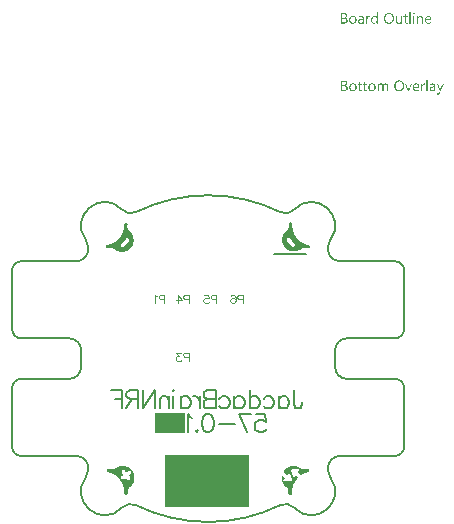
<source format=gbo>
G04*
G04 #@! TF.GenerationSoftware,Altium Limited,Altium Designer,21.8.1 (53)*
G04*
G04 Layer_Color=32896*
%FSAX25Y25*%
%MOIN*%
G70*
G04*
G04 #@! TF.SameCoordinates,7A0B2967-6A00-4F57-884A-72BECA2B0823*
G04*
G04*
G04 #@! TF.FilePolarity,Positive*
G04*
G01*
G75*
%ADD12C,0.00787*%
%ADD13C,0.00394*%
%ADD74C,0.00600*%
%ADD75R,0.27953X0.17815*%
%ADD76R,0.10094X0.06988*%
G36*
X0068599Y0167500D02*
X0068624D01*
X0068679Y0167475D01*
X0068710Y0167456D01*
X0068741Y0167432D01*
X0068747Y0167426D01*
X0068754Y0167419D01*
X0068785Y0167382D01*
X0068809Y0167320D01*
X0068815Y0167283D01*
X0068822Y0167246D01*
Y0167240D01*
Y0167227D01*
X0068815Y0167209D01*
X0068809Y0167184D01*
X0068791Y0167122D01*
X0068766Y0167091D01*
X0068741Y0167060D01*
X0068735D01*
X0068729Y0167048D01*
X0068692Y0167023D01*
X0068636Y0166998D01*
X0068599Y0166992D01*
X0068562Y0166986D01*
X0068543D01*
X0068525Y0166992D01*
X0068500D01*
X0068438Y0167017D01*
X0068407Y0167029D01*
X0068376Y0167054D01*
Y0167060D01*
X0068364Y0167066D01*
X0068351Y0167085D01*
X0068339Y0167104D01*
X0068314Y0167166D01*
X0068308Y0167203D01*
X0068302Y0167246D01*
Y0167252D01*
Y0167264D01*
X0068308Y0167283D01*
X0068314Y0167314D01*
X0068333Y0167370D01*
X0068351Y0167401D01*
X0068376Y0167432D01*
X0068382Y0167438D01*
X0068388Y0167444D01*
X0068426Y0167469D01*
X0068487Y0167493D01*
X0068525Y0167506D01*
X0068580D01*
X0068599Y0167500D01*
D02*
G37*
G36*
X0056609Y0163835D02*
X0056207D01*
Y0164256D01*
X0056194D01*
Y0164250D01*
X0056182Y0164238D01*
X0056163Y0164213D01*
X0056145Y0164182D01*
X0056114Y0164145D01*
X0056077Y0164108D01*
X0056033Y0164064D01*
X0055984Y0164021D01*
X0055928Y0163971D01*
X0055860Y0163928D01*
X0055792Y0163891D01*
X0055711Y0163854D01*
X0055631Y0163823D01*
X0055538Y0163798D01*
X0055439Y0163786D01*
X0055334Y0163779D01*
X0055290D01*
X0055253Y0163786D01*
X0055216Y0163792D01*
X0055167Y0163798D01*
X0055061Y0163823D01*
X0054937Y0163860D01*
X0054814Y0163922D01*
X0054746Y0163959D01*
X0054690Y0164002D01*
X0054628Y0164058D01*
X0054572Y0164114D01*
Y0164120D01*
X0054560Y0164132D01*
X0054548Y0164151D01*
X0054529Y0164176D01*
X0054510Y0164207D01*
X0054486Y0164250D01*
X0054461Y0164299D01*
X0054436Y0164355D01*
X0054405Y0164417D01*
X0054380Y0164485D01*
X0054356Y0164559D01*
X0054337Y0164640D01*
X0054318Y0164727D01*
X0054306Y0164826D01*
X0054300Y0164925D01*
X0054294Y0165030D01*
Y0165036D01*
Y0165055D01*
Y0165092D01*
X0054300Y0165135D01*
X0054306Y0165185D01*
X0054312Y0165247D01*
X0054318Y0165315D01*
X0054331Y0165389D01*
X0054368Y0165550D01*
X0054424Y0165717D01*
X0054461Y0165797D01*
X0054504Y0165878D01*
X0054548Y0165952D01*
X0054603Y0166026D01*
X0054610Y0166033D01*
X0054616Y0166045D01*
X0054634Y0166064D01*
X0054659Y0166088D01*
X0054690Y0166113D01*
X0054733Y0166144D01*
X0054777Y0166181D01*
X0054826Y0166218D01*
X0054950Y0166287D01*
X0055092Y0166348D01*
X0055173Y0166367D01*
X0055259Y0166385D01*
X0055346Y0166398D01*
X0055445Y0166404D01*
X0055495D01*
X0055532Y0166398D01*
X0055569Y0166392D01*
X0055618Y0166385D01*
X0055730Y0166355D01*
X0055854Y0166305D01*
X0055915Y0166274D01*
X0055977Y0166231D01*
X0056039Y0166187D01*
X0056095Y0166132D01*
X0056145Y0166070D01*
X0056194Y0165996D01*
X0056207D01*
Y0167555D01*
X0056609D01*
Y0163835D01*
D02*
G37*
G36*
X0070877Y0166398D02*
X0070951Y0166392D01*
X0071044Y0166373D01*
X0071143Y0166342D01*
X0071248Y0166293D01*
X0071353Y0166225D01*
X0071397Y0166187D01*
X0071440Y0166138D01*
X0071452Y0166126D01*
X0071477Y0166088D01*
X0071508Y0166026D01*
X0071552Y0165940D01*
X0071589Y0165835D01*
X0071626Y0165705D01*
X0071650Y0165550D01*
X0071657Y0165370D01*
Y0163835D01*
X0071254D01*
Y0165265D01*
Y0165271D01*
Y0165302D01*
X0071248Y0165339D01*
Y0165389D01*
X0071236Y0165451D01*
X0071223Y0165519D01*
X0071205Y0165593D01*
X0071180Y0165667D01*
X0071149Y0165742D01*
X0071112Y0165810D01*
X0071062Y0165878D01*
X0071007Y0165940D01*
X0070945Y0165989D01*
X0070864Y0166026D01*
X0070778Y0166058D01*
X0070673Y0166064D01*
X0070660D01*
X0070623Y0166058D01*
X0070567Y0166051D01*
X0070499Y0166033D01*
X0070419Y0166008D01*
X0070332Y0165965D01*
X0070252Y0165909D01*
X0070171Y0165835D01*
X0070165Y0165822D01*
X0070140Y0165797D01*
X0070109Y0165748D01*
X0070072Y0165680D01*
X0070035Y0165599D01*
X0070004Y0165500D01*
X0069979Y0165389D01*
X0069973Y0165265D01*
Y0163835D01*
X0069571D01*
Y0166348D01*
X0069973D01*
Y0165928D01*
X0069985D01*
X0069992Y0165934D01*
X0069998Y0165946D01*
X0070016Y0165971D01*
X0070041Y0166002D01*
X0070066Y0166039D01*
X0070103Y0166076D01*
X0070146Y0166119D01*
X0070196Y0166169D01*
X0070252Y0166212D01*
X0070314Y0166255D01*
X0070382Y0166293D01*
X0070456Y0166330D01*
X0070530Y0166361D01*
X0070617Y0166385D01*
X0070710Y0166398D01*
X0070809Y0166404D01*
X0070846D01*
X0070877Y0166398D01*
D02*
G37*
G36*
X0053879Y0166385D02*
X0053953Y0166379D01*
X0053997Y0166367D01*
X0054028Y0166355D01*
Y0165940D01*
X0054021Y0165946D01*
X0054009Y0165952D01*
X0053984Y0165965D01*
X0053953Y0165983D01*
X0053910Y0165996D01*
X0053854Y0166008D01*
X0053792Y0166014D01*
X0053724Y0166020D01*
X0053712D01*
X0053681Y0166014D01*
X0053631Y0166008D01*
X0053576Y0165989D01*
X0053501Y0165958D01*
X0053433Y0165915D01*
X0053359Y0165853D01*
X0053291Y0165773D01*
X0053285Y0165760D01*
X0053266Y0165729D01*
X0053235Y0165674D01*
X0053204Y0165599D01*
X0053173Y0165506D01*
X0053142Y0165389D01*
X0053124Y0165259D01*
X0053118Y0165110D01*
Y0163835D01*
X0052715D01*
Y0166348D01*
X0053118D01*
Y0165828D01*
X0053130D01*
Y0165835D01*
X0053136Y0165841D01*
X0053149Y0165872D01*
X0053167Y0165921D01*
X0053198Y0165983D01*
X0053229Y0166045D01*
X0053279Y0166113D01*
X0053328Y0166181D01*
X0053390Y0166243D01*
X0053396Y0166249D01*
X0053421Y0166268D01*
X0053458Y0166293D01*
X0053508Y0166317D01*
X0053563Y0166342D01*
X0053631Y0166367D01*
X0053706Y0166385D01*
X0053786Y0166392D01*
X0053842D01*
X0053879Y0166385D01*
D02*
G37*
G36*
X0064619Y0163835D02*
X0064216D01*
Y0164231D01*
X0064204D01*
Y0164225D01*
X0064192Y0164213D01*
X0064179Y0164188D01*
X0064154Y0164163D01*
X0064099Y0164089D01*
X0064012Y0164009D01*
X0063963Y0163965D01*
X0063907Y0163922D01*
X0063845Y0163885D01*
X0063771Y0163848D01*
X0063696Y0163823D01*
X0063616Y0163798D01*
X0063523Y0163786D01*
X0063430Y0163779D01*
X0063393D01*
X0063350Y0163786D01*
X0063288Y0163798D01*
X0063220Y0163811D01*
X0063146Y0163835D01*
X0063065Y0163866D01*
X0062985Y0163916D01*
X0062898Y0163971D01*
X0062817Y0164040D01*
X0062743Y0164126D01*
X0062675Y0164231D01*
X0062613Y0164349D01*
X0062570Y0164491D01*
X0062545Y0164658D01*
X0062533Y0164745D01*
Y0164844D01*
Y0166348D01*
X0062929D01*
Y0164906D01*
Y0164900D01*
Y0164875D01*
X0062935Y0164832D01*
X0062941Y0164782D01*
X0062947Y0164720D01*
X0062960Y0164658D01*
X0062978Y0164584D01*
X0063003Y0164510D01*
X0063040Y0164436D01*
X0063077Y0164368D01*
X0063127Y0164299D01*
X0063189Y0164238D01*
X0063257Y0164188D01*
X0063337Y0164151D01*
X0063436Y0164120D01*
X0063542Y0164114D01*
X0063554D01*
X0063591Y0164120D01*
X0063647Y0164126D01*
X0063709Y0164139D01*
X0063789Y0164170D01*
X0063870Y0164207D01*
X0063950Y0164256D01*
X0064024Y0164330D01*
X0064031Y0164343D01*
X0064055Y0164368D01*
X0064086Y0164417D01*
X0064123Y0164485D01*
X0064154Y0164566D01*
X0064185Y0164665D01*
X0064210Y0164776D01*
X0064216Y0164900D01*
Y0166348D01*
X0064619D01*
Y0163835D01*
D02*
G37*
G36*
X0068754D02*
X0068351D01*
Y0166348D01*
X0068754D01*
Y0163835D01*
D02*
G37*
G36*
X0067534D02*
X0067132D01*
Y0167555D01*
X0067534D01*
Y0163835D01*
D02*
G37*
G36*
X0051155Y0166398D02*
X0051211Y0166392D01*
X0051279Y0166373D01*
X0051354Y0166355D01*
X0051434Y0166324D01*
X0051521Y0166287D01*
X0051601Y0166237D01*
X0051682Y0166175D01*
X0051756Y0166101D01*
X0051824Y0166008D01*
X0051880Y0165903D01*
X0051923Y0165779D01*
X0051948Y0165637D01*
X0051960Y0165469D01*
Y0163835D01*
X0051558D01*
Y0164225D01*
X0051545D01*
Y0164219D01*
X0051533Y0164207D01*
X0051521Y0164182D01*
X0051496Y0164157D01*
X0051434Y0164083D01*
X0051354Y0164002D01*
X0051242Y0163922D01*
X0051112Y0163848D01*
X0051032Y0163823D01*
X0050951Y0163798D01*
X0050864Y0163786D01*
X0050772Y0163779D01*
X0050735D01*
X0050710Y0163786D01*
X0050642Y0163792D01*
X0050561Y0163804D01*
X0050462Y0163829D01*
X0050369Y0163860D01*
X0050270Y0163909D01*
X0050184Y0163971D01*
X0050177Y0163984D01*
X0050153Y0164009D01*
X0050116Y0164052D01*
X0050078Y0164114D01*
X0050041Y0164188D01*
X0050004Y0164275D01*
X0049979Y0164380D01*
X0049973Y0164498D01*
Y0164504D01*
Y0164529D01*
X0049979Y0164566D01*
X0049986Y0164609D01*
X0049998Y0164665D01*
X0050016Y0164727D01*
X0050041Y0164795D01*
X0050078Y0164863D01*
X0050122Y0164937D01*
X0050177Y0165011D01*
X0050245Y0165079D01*
X0050326Y0165141D01*
X0050419Y0165203D01*
X0050530Y0165253D01*
X0050654Y0165290D01*
X0050803Y0165321D01*
X0051558Y0165426D01*
Y0165432D01*
Y0165451D01*
X0051552Y0165488D01*
Y0165525D01*
X0051539Y0165575D01*
X0051533Y0165630D01*
X0051496Y0165748D01*
X0051465Y0165804D01*
X0051434Y0165859D01*
X0051391Y0165915D01*
X0051341Y0165965D01*
X0051279Y0166008D01*
X0051211Y0166039D01*
X0051131Y0166058D01*
X0051038Y0166064D01*
X0050994D01*
X0050963Y0166058D01*
X0050920D01*
X0050877Y0166045D01*
X0050766Y0166026D01*
X0050642Y0165989D01*
X0050506Y0165934D01*
X0050431Y0165896D01*
X0050363Y0165859D01*
X0050289Y0165810D01*
X0050221Y0165754D01*
Y0166169D01*
X0050227D01*
X0050239Y0166181D01*
X0050258Y0166194D01*
X0050289Y0166206D01*
X0050320Y0166225D01*
X0050363Y0166243D01*
X0050413Y0166262D01*
X0050468Y0166287D01*
X0050592Y0166330D01*
X0050741Y0166367D01*
X0050902Y0166392D01*
X0051075Y0166404D01*
X0051112D01*
X0051155Y0166398D01*
D02*
G37*
G36*
X0045467Y0167345D02*
X0045510D01*
X0045553Y0167339D01*
X0045652Y0167326D01*
X0045770Y0167296D01*
X0045894Y0167258D01*
X0046011Y0167203D01*
X0046117Y0167128D01*
X0046123D01*
X0046129Y0167116D01*
X0046160Y0167091D01*
X0046203Y0167042D01*
X0046253Y0166974D01*
X0046296Y0166887D01*
X0046340Y0166788D01*
X0046371Y0166676D01*
X0046383Y0166615D01*
Y0166546D01*
Y0166540D01*
Y0166534D01*
Y0166497D01*
X0046377Y0166441D01*
X0046364Y0166373D01*
X0046346Y0166287D01*
X0046315Y0166200D01*
X0046278Y0166113D01*
X0046222Y0166026D01*
X0046216Y0166014D01*
X0046191Y0165989D01*
X0046154Y0165952D01*
X0046104Y0165903D01*
X0046042Y0165853D01*
X0045968Y0165797D01*
X0045875Y0165754D01*
X0045776Y0165711D01*
Y0165705D01*
X0045795D01*
X0045814Y0165698D01*
X0045832Y0165692D01*
X0045900Y0165680D01*
X0045981Y0165655D01*
X0046067Y0165618D01*
X0046160Y0165575D01*
X0046253Y0165513D01*
X0046340Y0165432D01*
X0046352Y0165420D01*
X0046377Y0165389D01*
X0046408Y0165346D01*
X0046451Y0165278D01*
X0046488Y0165191D01*
X0046525Y0165092D01*
X0046550Y0164974D01*
X0046556Y0164844D01*
Y0164838D01*
Y0164826D01*
Y0164801D01*
X0046550Y0164770D01*
X0046544Y0164733D01*
X0046538Y0164690D01*
X0046513Y0164584D01*
X0046476Y0164467D01*
X0046420Y0164343D01*
X0046383Y0164287D01*
X0046340Y0164225D01*
X0046284Y0164170D01*
X0046228Y0164114D01*
X0046222D01*
X0046216Y0164101D01*
X0046197Y0164089D01*
X0046172Y0164070D01*
X0046141Y0164052D01*
X0046098Y0164027D01*
X0046005Y0163978D01*
X0045888Y0163922D01*
X0045752Y0163879D01*
X0045591Y0163848D01*
X0045510Y0163841D01*
X0045417Y0163835D01*
X0044390D01*
Y0167351D01*
X0045436D01*
X0045467Y0167345D01*
D02*
G37*
G36*
X0065962Y0166348D02*
X0066600D01*
Y0166002D01*
X0065962D01*
Y0164584D01*
Y0164572D01*
Y0164541D01*
X0065968Y0164498D01*
X0065974Y0164442D01*
X0065999Y0164324D01*
X0066018Y0164269D01*
X0066049Y0164225D01*
X0066055Y0164219D01*
X0066067Y0164207D01*
X0066086Y0164194D01*
X0066117Y0164176D01*
X0066154Y0164151D01*
X0066203Y0164139D01*
X0066265Y0164126D01*
X0066333Y0164120D01*
X0066358D01*
X0066389Y0164126D01*
X0066426Y0164132D01*
X0066513Y0164157D01*
X0066556Y0164176D01*
X0066600Y0164200D01*
Y0163854D01*
X0066593D01*
X0066575Y0163841D01*
X0066544Y0163835D01*
X0066500Y0163823D01*
X0066445Y0163811D01*
X0066383Y0163798D01*
X0066309Y0163792D01*
X0066222Y0163786D01*
X0066191D01*
X0066160Y0163792D01*
X0066117Y0163798D01*
X0066067Y0163811D01*
X0066011Y0163823D01*
X0065956Y0163848D01*
X0065894Y0163879D01*
X0065832Y0163916D01*
X0065770Y0163965D01*
X0065714Y0164021D01*
X0065665Y0164095D01*
X0065622Y0164176D01*
X0065591Y0164275D01*
X0065566Y0164386D01*
X0065560Y0164516D01*
Y0166002D01*
X0065132D01*
Y0166348D01*
X0065560D01*
Y0166961D01*
X0065962Y0167091D01*
Y0166348D01*
D02*
G37*
G36*
X0073489Y0166398D02*
X0073532Y0166392D01*
X0073576Y0166385D01*
X0073687Y0166367D01*
X0073811Y0166324D01*
X0073935Y0166268D01*
X0073997Y0166231D01*
X0074058Y0166187D01*
X0074114Y0166138D01*
X0074170Y0166082D01*
X0074176Y0166076D01*
X0074182Y0166070D01*
X0074195Y0166051D01*
X0074213Y0166026D01*
X0074232Y0165989D01*
X0074256Y0165952D01*
X0074281Y0165909D01*
X0074306Y0165853D01*
X0074331Y0165791D01*
X0074356Y0165729D01*
X0074380Y0165655D01*
X0074399Y0165575D01*
X0074417Y0165488D01*
X0074430Y0165401D01*
X0074442Y0165302D01*
Y0165197D01*
Y0164987D01*
X0072666D01*
Y0164980D01*
Y0164968D01*
Y0164950D01*
X0072672Y0164918D01*
X0072678Y0164881D01*
Y0164844D01*
X0072697Y0164745D01*
X0072728Y0164646D01*
X0072765Y0164535D01*
X0072820Y0164429D01*
X0072888Y0164337D01*
X0072901Y0164324D01*
X0072926Y0164299D01*
X0072975Y0164269D01*
X0073043Y0164225D01*
X0073130Y0164182D01*
X0073229Y0164151D01*
X0073347Y0164126D01*
X0073483Y0164114D01*
X0073526D01*
X0073557Y0164120D01*
X0073594D01*
X0073637Y0164126D01*
X0073743Y0164151D01*
X0073860Y0164182D01*
X0073990Y0164231D01*
X0074126Y0164299D01*
X0074195Y0164343D01*
X0074263Y0164392D01*
Y0164015D01*
X0074256D01*
X0074250Y0164002D01*
X0074232Y0163996D01*
X0074201Y0163978D01*
X0074170Y0163959D01*
X0074133Y0163941D01*
X0074083Y0163922D01*
X0074034Y0163897D01*
X0073972Y0163872D01*
X0073904Y0163854D01*
X0073755Y0163817D01*
X0073582Y0163792D01*
X0073390Y0163779D01*
X0073340D01*
X0073303Y0163786D01*
X0073260Y0163792D01*
X0073204Y0163798D01*
X0073087Y0163823D01*
X0072950Y0163860D01*
X0072814Y0163922D01*
X0072746Y0163965D01*
X0072678Y0164009D01*
X0072616Y0164058D01*
X0072554Y0164120D01*
X0072548Y0164126D01*
X0072542Y0164139D01*
X0072530Y0164157D01*
X0072505Y0164182D01*
X0072486Y0164219D01*
X0072461Y0164262D01*
X0072430Y0164312D01*
X0072406Y0164368D01*
X0072375Y0164429D01*
X0072350Y0164504D01*
X0072319Y0164584D01*
X0072300Y0164671D01*
X0072282Y0164764D01*
X0072263Y0164863D01*
X0072257Y0164968D01*
X0072251Y0165079D01*
Y0165086D01*
Y0165104D01*
Y0165135D01*
X0072257Y0165179D01*
X0072263Y0165228D01*
X0072269Y0165284D01*
X0072276Y0165352D01*
X0072294Y0165420D01*
X0072331Y0165568D01*
X0072387Y0165729D01*
X0072424Y0165810D01*
X0072474Y0165884D01*
X0072523Y0165965D01*
X0072579Y0166033D01*
X0072585Y0166039D01*
X0072598Y0166051D01*
X0072616Y0166070D01*
X0072641Y0166088D01*
X0072672Y0166119D01*
X0072709Y0166150D01*
X0072759Y0166181D01*
X0072808Y0166218D01*
X0072926Y0166287D01*
X0073068Y0166348D01*
X0073149Y0166367D01*
X0073229Y0166385D01*
X0073316Y0166398D01*
X0073409Y0166404D01*
X0073458D01*
X0073489Y0166398D01*
D02*
G37*
G36*
X0060447Y0167407D02*
X0060509Y0167401D01*
X0060583Y0167388D01*
X0060663Y0167370D01*
X0060750Y0167351D01*
X0060837Y0167326D01*
X0060936Y0167296D01*
X0061028Y0167252D01*
X0061128Y0167203D01*
X0061227Y0167147D01*
X0061319Y0167079D01*
X0061412Y0167005D01*
X0061499Y0166918D01*
X0061505Y0166912D01*
X0061518Y0166893D01*
X0061542Y0166868D01*
X0061567Y0166831D01*
X0061604Y0166782D01*
X0061641Y0166720D01*
X0061678Y0166652D01*
X0061722Y0166577D01*
X0061765Y0166485D01*
X0061802Y0166392D01*
X0061839Y0166287D01*
X0061876Y0166169D01*
X0061901Y0166051D01*
X0061926Y0165921D01*
X0061938Y0165779D01*
X0061945Y0165637D01*
Y0165624D01*
Y0165599D01*
Y0165556D01*
X0061938Y0165494D01*
X0061932Y0165420D01*
X0061920Y0165339D01*
X0061908Y0165247D01*
X0061889Y0165141D01*
X0061864Y0165036D01*
X0061833Y0164925D01*
X0061796Y0164813D01*
X0061753Y0164702D01*
X0061697Y0164584D01*
X0061635Y0164479D01*
X0061567Y0164374D01*
X0061487Y0164275D01*
X0061480Y0164269D01*
X0061468Y0164256D01*
X0061437Y0164231D01*
X0061406Y0164200D01*
X0061357Y0164157D01*
X0061301Y0164120D01*
X0061239Y0164070D01*
X0061165Y0164027D01*
X0061084Y0163984D01*
X0060991Y0163934D01*
X0060892Y0163897D01*
X0060781Y0163860D01*
X0060663Y0163823D01*
X0060540Y0163798D01*
X0060409Y0163786D01*
X0060267Y0163779D01*
X0060236D01*
X0060193Y0163786D01*
X0060143D01*
X0060081Y0163792D01*
X0060007Y0163804D01*
X0059927Y0163823D01*
X0059834Y0163841D01*
X0059741Y0163866D01*
X0059642Y0163897D01*
X0059543Y0163941D01*
X0059444Y0163984D01*
X0059345Y0164040D01*
X0059246Y0164108D01*
X0059153Y0164182D01*
X0059066Y0164269D01*
X0059060Y0164275D01*
X0059048Y0164293D01*
X0059023Y0164318D01*
X0058998Y0164355D01*
X0058961Y0164405D01*
X0058924Y0164467D01*
X0058887Y0164535D01*
X0058843Y0164615D01*
X0058800Y0164702D01*
X0058763Y0164795D01*
X0058726Y0164900D01*
X0058689Y0165017D01*
X0058664Y0165135D01*
X0058639Y0165265D01*
X0058627Y0165408D01*
X0058621Y0165550D01*
Y0165562D01*
Y0165587D01*
X0058627Y0165630D01*
Y0165692D01*
X0058633Y0165760D01*
X0058645Y0165847D01*
X0058658Y0165940D01*
X0058676Y0166039D01*
X0058701Y0166144D01*
X0058732Y0166255D01*
X0058769Y0166367D01*
X0058812Y0166478D01*
X0058868Y0166590D01*
X0058930Y0166701D01*
X0058998Y0166806D01*
X0059079Y0166905D01*
X0059085Y0166912D01*
X0059097Y0166930D01*
X0059128Y0166955D01*
X0059165Y0166986D01*
X0059209Y0167023D01*
X0059264Y0167066D01*
X0059332Y0167110D01*
X0059407Y0167159D01*
X0059493Y0167209D01*
X0059586Y0167252D01*
X0059685Y0167296D01*
X0059797Y0167333D01*
X0059921Y0167364D01*
X0060050Y0167394D01*
X0060187Y0167407D01*
X0060329Y0167413D01*
X0060397D01*
X0060447Y0167407D01*
D02*
G37*
G36*
X0048419Y0166398D02*
X0048463Y0166392D01*
X0048518Y0166385D01*
X0048642Y0166361D01*
X0048785Y0166317D01*
X0048927Y0166255D01*
X0049001Y0166218D01*
X0049069Y0166175D01*
X0049137Y0166119D01*
X0049199Y0166058D01*
X0049206Y0166051D01*
X0049212Y0166039D01*
X0049230Y0166020D01*
X0049249Y0165996D01*
X0049274Y0165958D01*
X0049298Y0165915D01*
X0049329Y0165866D01*
X0049360Y0165810D01*
X0049385Y0165742D01*
X0049416Y0165674D01*
X0049441Y0165593D01*
X0049466Y0165506D01*
X0049484Y0165414D01*
X0049503Y0165315D01*
X0049509Y0165209D01*
X0049515Y0165098D01*
Y0165092D01*
Y0165073D01*
Y0165042D01*
X0049509Y0164999D01*
X0049503Y0164950D01*
X0049496Y0164888D01*
X0049484Y0164826D01*
X0049472Y0164751D01*
X0049435Y0164603D01*
X0049373Y0164442D01*
X0049336Y0164361D01*
X0049286Y0164281D01*
X0049237Y0164207D01*
X0049175Y0164139D01*
X0049168Y0164132D01*
X0049156Y0164126D01*
X0049137Y0164108D01*
X0049113Y0164083D01*
X0049076Y0164058D01*
X0049038Y0164027D01*
X0048989Y0163990D01*
X0048933Y0163959D01*
X0048871Y0163928D01*
X0048803Y0163891D01*
X0048729Y0163860D01*
X0048649Y0163835D01*
X0048562Y0163811D01*
X0048469Y0163798D01*
X0048370Y0163786D01*
X0048265Y0163779D01*
X0048209D01*
X0048172Y0163786D01*
X0048129Y0163792D01*
X0048073Y0163798D01*
X0048011Y0163811D01*
X0047943Y0163823D01*
X0047800Y0163866D01*
X0047652Y0163928D01*
X0047578Y0163965D01*
X0047510Y0164015D01*
X0047441Y0164064D01*
X0047373Y0164126D01*
X0047367Y0164132D01*
X0047361Y0164145D01*
X0047342Y0164163D01*
X0047324Y0164188D01*
X0047299Y0164225D01*
X0047268Y0164269D01*
X0047237Y0164318D01*
X0047212Y0164374D01*
X0047181Y0164442D01*
X0047150Y0164510D01*
X0047120Y0164584D01*
X0047095Y0164671D01*
X0047058Y0164857D01*
X0047052Y0164956D01*
X0047045Y0165061D01*
Y0165067D01*
Y0165092D01*
Y0165123D01*
X0047052Y0165166D01*
X0047058Y0165216D01*
X0047064Y0165278D01*
X0047076Y0165346D01*
X0047089Y0165420D01*
X0047126Y0165581D01*
X0047188Y0165742D01*
X0047231Y0165822D01*
X0047274Y0165903D01*
X0047324Y0165977D01*
X0047386Y0166045D01*
X0047392Y0166051D01*
X0047404Y0166064D01*
X0047423Y0166076D01*
X0047448Y0166101D01*
X0047485Y0166126D01*
X0047528Y0166156D01*
X0047578Y0166194D01*
X0047633Y0166225D01*
X0047695Y0166255D01*
X0047769Y0166293D01*
X0047844Y0166324D01*
X0047930Y0166348D01*
X0048017Y0166373D01*
X0048116Y0166392D01*
X0048221Y0166398D01*
X0048327Y0166404D01*
X0048382D01*
X0048419Y0166398D01*
D02*
G37*
G36*
X0059326Y0143902D02*
X0059382Y0143890D01*
X0059444Y0143878D01*
X0059512Y0143853D01*
X0059592Y0143822D01*
X0059667Y0143779D01*
X0059747Y0143729D01*
X0059821Y0143661D01*
X0059890Y0143574D01*
X0059951Y0143475D01*
X0060007Y0143364D01*
X0060044Y0143221D01*
X0060075Y0143067D01*
X0060081Y0142887D01*
Y0141340D01*
X0059679D01*
Y0142782D01*
Y0142788D01*
Y0142801D01*
Y0142819D01*
Y0142850D01*
X0059673Y0142924D01*
X0059661Y0143011D01*
X0059648Y0143110D01*
X0059623Y0143209D01*
X0059592Y0143302D01*
X0059549Y0143383D01*
X0059543Y0143389D01*
X0059524Y0143413D01*
X0059493Y0143444D01*
X0059444Y0143475D01*
X0059388Y0143512D01*
X0059314Y0143537D01*
X0059221Y0143562D01*
X0059116Y0143568D01*
X0059103D01*
X0059072Y0143562D01*
X0059023Y0143556D01*
X0058961Y0143537D01*
X0058893Y0143512D01*
X0058819Y0143469D01*
X0058744Y0143413D01*
X0058676Y0143333D01*
X0058670Y0143321D01*
X0058652Y0143290D01*
X0058621Y0143240D01*
X0058590Y0143172D01*
X0058552Y0143092D01*
X0058528Y0142999D01*
X0058503Y0142887D01*
X0058497Y0142770D01*
Y0141340D01*
X0058094D01*
Y0142832D01*
Y0142838D01*
Y0142862D01*
X0058088Y0142900D01*
Y0142949D01*
X0058076Y0143005D01*
X0058064Y0143067D01*
X0058045Y0143129D01*
X0058026Y0143203D01*
X0057995Y0143271D01*
X0057958Y0143333D01*
X0057909Y0143395D01*
X0057853Y0143451D01*
X0057791Y0143500D01*
X0057711Y0143537D01*
X0057624Y0143562D01*
X0057525Y0143568D01*
X0057513D01*
X0057482Y0143562D01*
X0057432Y0143556D01*
X0057370Y0143543D01*
X0057302Y0143512D01*
X0057228Y0143475D01*
X0057153Y0143420D01*
X0057086Y0143345D01*
X0057079Y0143333D01*
X0057061Y0143308D01*
X0057030Y0143259D01*
X0056999Y0143191D01*
X0056968Y0143110D01*
X0056937Y0143011D01*
X0056918Y0142900D01*
X0056912Y0142770D01*
Y0141340D01*
X0056510D01*
Y0143853D01*
X0056912D01*
Y0143451D01*
X0056924D01*
X0056931Y0143457D01*
X0056937Y0143469D01*
X0056955Y0143494D01*
X0056974Y0143525D01*
X0057036Y0143593D01*
X0057123Y0143680D01*
X0057234Y0143766D01*
X0057364Y0143834D01*
X0057445Y0143865D01*
X0057525Y0143890D01*
X0057612Y0143902D01*
X0057704Y0143909D01*
X0057748D01*
X0057797Y0143902D01*
X0057859Y0143890D01*
X0057927Y0143871D01*
X0058002Y0143847D01*
X0058076Y0143816D01*
X0058150Y0143766D01*
X0058156Y0143760D01*
X0058181Y0143742D01*
X0058212Y0143710D01*
X0058255Y0143667D01*
X0058299Y0143612D01*
X0058342Y0143550D01*
X0058385Y0143475D01*
X0058416Y0143389D01*
X0058422Y0143395D01*
X0058429Y0143413D01*
X0058447Y0143438D01*
X0058466Y0143469D01*
X0058497Y0143512D01*
X0058534Y0143556D01*
X0058577Y0143599D01*
X0058627Y0143649D01*
X0058683Y0143698D01*
X0058744Y0143742D01*
X0058812Y0143791D01*
X0058887Y0143828D01*
X0058967Y0143859D01*
X0059054Y0143884D01*
X0059153Y0143902D01*
X0059252Y0143909D01*
X0059289D01*
X0059326Y0143902D01*
D02*
G37*
G36*
X0072201Y0143890D02*
X0072276Y0143884D01*
X0072319Y0143871D01*
X0072350Y0143859D01*
Y0143444D01*
X0072344Y0143451D01*
X0072331Y0143457D01*
X0072307Y0143469D01*
X0072276Y0143488D01*
X0072232Y0143500D01*
X0072177Y0143512D01*
X0072115Y0143519D01*
X0072047Y0143525D01*
X0072034D01*
X0072003Y0143519D01*
X0071954Y0143512D01*
X0071898Y0143494D01*
X0071824Y0143463D01*
X0071756Y0143420D01*
X0071681Y0143358D01*
X0071613Y0143277D01*
X0071607Y0143265D01*
X0071589Y0143234D01*
X0071558Y0143178D01*
X0071527Y0143104D01*
X0071496Y0143011D01*
X0071465Y0142894D01*
X0071446Y0142763D01*
X0071440Y0142615D01*
Y0141340D01*
X0071038D01*
Y0143853D01*
X0071440D01*
Y0143333D01*
X0071452D01*
Y0143339D01*
X0071459Y0143345D01*
X0071471Y0143376D01*
X0071490Y0143426D01*
X0071521Y0143488D01*
X0071552Y0143550D01*
X0071601Y0143618D01*
X0071650Y0143686D01*
X0071712Y0143748D01*
X0071719Y0143754D01*
X0071743Y0143772D01*
X0071781Y0143797D01*
X0071830Y0143822D01*
X0071886Y0143847D01*
X0071954Y0143871D01*
X0072028Y0143890D01*
X0072109Y0143896D01*
X0072164D01*
X0072201Y0143890D01*
D02*
G37*
G36*
X0077407Y0140937D02*
X0077401Y0140931D01*
X0077395Y0140907D01*
X0077376Y0140863D01*
X0077351Y0140814D01*
X0077321Y0140758D01*
X0077277Y0140690D01*
X0077234Y0140622D01*
X0077184Y0140548D01*
X0077122Y0140473D01*
X0077061Y0140405D01*
X0076986Y0140337D01*
X0076906Y0140281D01*
X0076825Y0140232D01*
X0076732Y0140188D01*
X0076640Y0140164D01*
X0076534Y0140157D01*
X0076479D01*
X0076442Y0140164D01*
X0076361Y0140176D01*
X0076275Y0140195D01*
Y0140554D01*
X0076281D01*
X0076299Y0140548D01*
X0076324Y0140541D01*
X0076355Y0140535D01*
X0076429Y0140516D01*
X0076510Y0140510D01*
X0076522D01*
X0076559Y0140516D01*
X0076615Y0140529D01*
X0076683Y0140554D01*
X0076757Y0140597D01*
X0076794Y0140628D01*
X0076832Y0140665D01*
X0076869Y0140702D01*
X0076906Y0140752D01*
X0076937Y0140807D01*
X0076968Y0140869D01*
X0077172Y0141340D01*
X0076188Y0143853D01*
X0076634D01*
X0077314Y0141916D01*
Y0141909D01*
X0077321Y0141897D01*
X0077327Y0141878D01*
X0077333Y0141853D01*
X0077339Y0141816D01*
X0077351Y0141779D01*
X0077364Y0141724D01*
X0077382D01*
Y0141736D01*
X0077395Y0141773D01*
X0077407Y0141829D01*
X0077432Y0141909D01*
X0078144Y0143853D01*
X0078559D01*
X0077407Y0140937D01*
D02*
G37*
G36*
X0066977Y0141340D02*
X0066581D01*
X0065628Y0143853D01*
X0066067D01*
X0066711Y0142027D01*
X0066717Y0142021D01*
X0066723Y0141996D01*
X0066736Y0141953D01*
X0066748Y0141909D01*
X0066760Y0141853D01*
X0066779Y0141792D01*
X0066798Y0141674D01*
X0066804D01*
Y0141680D01*
X0066810Y0141705D01*
X0066816Y0141742D01*
X0066822Y0141786D01*
X0066835Y0141841D01*
X0066847Y0141897D01*
X0066884Y0142015D01*
X0067553Y0143853D01*
X0067974D01*
X0066977Y0141340D01*
D02*
G37*
G36*
X0074999Y0143902D02*
X0075055Y0143896D01*
X0075123Y0143878D01*
X0075197Y0143859D01*
X0075278Y0143828D01*
X0075365Y0143791D01*
X0075445Y0143742D01*
X0075525Y0143680D01*
X0075600Y0143605D01*
X0075668Y0143512D01*
X0075723Y0143407D01*
X0075767Y0143283D01*
X0075792Y0143141D01*
X0075804Y0142974D01*
Y0141340D01*
X0075402D01*
Y0141730D01*
X0075389D01*
Y0141724D01*
X0075377Y0141711D01*
X0075365Y0141686D01*
X0075340Y0141662D01*
X0075278Y0141587D01*
X0075197Y0141507D01*
X0075086Y0141426D01*
X0074956Y0141352D01*
X0074875Y0141327D01*
X0074795Y0141303D01*
X0074708Y0141290D01*
X0074616Y0141284D01*
X0074578D01*
X0074554Y0141290D01*
X0074485Y0141297D01*
X0074405Y0141309D01*
X0074306Y0141334D01*
X0074213Y0141365D01*
X0074114Y0141414D01*
X0074028Y0141476D01*
X0074021Y0141488D01*
X0073997Y0141513D01*
X0073959Y0141556D01*
X0073922Y0141618D01*
X0073885Y0141693D01*
X0073848Y0141779D01*
X0073823Y0141885D01*
X0073817Y0142002D01*
Y0142008D01*
Y0142033D01*
X0073823Y0142070D01*
X0073829Y0142113D01*
X0073842Y0142169D01*
X0073860Y0142231D01*
X0073885Y0142299D01*
X0073922Y0142367D01*
X0073966Y0142442D01*
X0074021Y0142516D01*
X0074089Y0142584D01*
X0074170Y0142646D01*
X0074263Y0142708D01*
X0074374Y0142757D01*
X0074498Y0142794D01*
X0074647Y0142825D01*
X0075402Y0142931D01*
Y0142937D01*
Y0142955D01*
X0075396Y0142992D01*
Y0143030D01*
X0075383Y0143079D01*
X0075377Y0143135D01*
X0075340Y0143253D01*
X0075309Y0143308D01*
X0075278Y0143364D01*
X0075235Y0143420D01*
X0075185Y0143469D01*
X0075123Y0143512D01*
X0075055Y0143543D01*
X0074975Y0143562D01*
X0074882Y0143568D01*
X0074838D01*
X0074807Y0143562D01*
X0074764D01*
X0074721Y0143550D01*
X0074609Y0143531D01*
X0074485Y0143494D01*
X0074349Y0143438D01*
X0074275Y0143401D01*
X0074207Y0143364D01*
X0074133Y0143314D01*
X0074065Y0143259D01*
Y0143673D01*
X0074071D01*
X0074083Y0143686D01*
X0074102Y0143698D01*
X0074133Y0143710D01*
X0074164Y0143729D01*
X0074207Y0143748D01*
X0074256Y0143766D01*
X0074312Y0143791D01*
X0074436Y0143834D01*
X0074585Y0143871D01*
X0074746Y0143896D01*
X0074919Y0143909D01*
X0074956D01*
X0074999Y0143902D01*
D02*
G37*
G36*
X0073186Y0141340D02*
X0072783D01*
Y0145060D01*
X0073186D01*
Y0141340D01*
D02*
G37*
G36*
X0045467Y0144850D02*
X0045510D01*
X0045553Y0144843D01*
X0045652Y0144831D01*
X0045770Y0144800D01*
X0045894Y0144763D01*
X0046011Y0144707D01*
X0046117Y0144633D01*
X0046123D01*
X0046129Y0144621D01*
X0046160Y0144596D01*
X0046203Y0144546D01*
X0046253Y0144478D01*
X0046296Y0144392D01*
X0046340Y0144292D01*
X0046371Y0144181D01*
X0046383Y0144119D01*
Y0144051D01*
Y0144045D01*
Y0144039D01*
Y0144001D01*
X0046377Y0143946D01*
X0046364Y0143878D01*
X0046346Y0143791D01*
X0046315Y0143704D01*
X0046278Y0143618D01*
X0046222Y0143531D01*
X0046216Y0143519D01*
X0046191Y0143494D01*
X0046154Y0143457D01*
X0046104Y0143407D01*
X0046042Y0143358D01*
X0045968Y0143302D01*
X0045875Y0143259D01*
X0045776Y0143215D01*
Y0143209D01*
X0045795D01*
X0045814Y0143203D01*
X0045832Y0143197D01*
X0045900Y0143184D01*
X0045981Y0143160D01*
X0046067Y0143122D01*
X0046160Y0143079D01*
X0046253Y0143017D01*
X0046340Y0142937D01*
X0046352Y0142924D01*
X0046377Y0142894D01*
X0046408Y0142850D01*
X0046451Y0142782D01*
X0046488Y0142695D01*
X0046525Y0142596D01*
X0046550Y0142479D01*
X0046556Y0142349D01*
Y0142343D01*
Y0142330D01*
Y0142305D01*
X0046550Y0142274D01*
X0046544Y0142237D01*
X0046538Y0142194D01*
X0046513Y0142089D01*
X0046476Y0141971D01*
X0046420Y0141847D01*
X0046383Y0141792D01*
X0046340Y0141730D01*
X0046284Y0141674D01*
X0046228Y0141618D01*
X0046222D01*
X0046216Y0141606D01*
X0046197Y0141594D01*
X0046172Y0141575D01*
X0046141Y0141556D01*
X0046098Y0141532D01*
X0046005Y0141482D01*
X0045888Y0141426D01*
X0045752Y0141383D01*
X0045591Y0141352D01*
X0045510Y0141346D01*
X0045417Y0141340D01*
X0044390D01*
Y0144856D01*
X0045436D01*
X0045467Y0144850D01*
D02*
G37*
G36*
X0052393Y0143853D02*
X0053031D01*
Y0143506D01*
X0052393D01*
Y0142089D01*
Y0142076D01*
Y0142045D01*
X0052400Y0142002D01*
X0052406Y0141946D01*
X0052431Y0141829D01*
X0052449Y0141773D01*
X0052480Y0141730D01*
X0052486Y0141724D01*
X0052499Y0141711D01*
X0052517Y0141699D01*
X0052548Y0141680D01*
X0052585Y0141656D01*
X0052635Y0141643D01*
X0052697Y0141631D01*
X0052765Y0141624D01*
X0052790D01*
X0052820Y0141631D01*
X0052858Y0141637D01*
X0052944Y0141662D01*
X0052988Y0141680D01*
X0053031Y0141705D01*
Y0141358D01*
X0053025D01*
X0053006Y0141346D01*
X0052975Y0141340D01*
X0052932Y0141327D01*
X0052876Y0141315D01*
X0052814Y0141303D01*
X0052740Y0141297D01*
X0052653Y0141290D01*
X0052622D01*
X0052592Y0141297D01*
X0052548Y0141303D01*
X0052499Y0141315D01*
X0052443Y0141327D01*
X0052387Y0141352D01*
X0052325Y0141383D01*
X0052263Y0141420D01*
X0052201Y0141470D01*
X0052146Y0141525D01*
X0052096Y0141600D01*
X0052053Y0141680D01*
X0052022Y0141779D01*
X0051997Y0141891D01*
X0051991Y0142021D01*
Y0143506D01*
X0051564D01*
Y0143853D01*
X0051991D01*
Y0144466D01*
X0052393Y0144596D01*
Y0143853D01*
D02*
G37*
G36*
X0050691D02*
X0051329D01*
Y0143506D01*
X0050691D01*
Y0142089D01*
Y0142076D01*
Y0142045D01*
X0050697Y0142002D01*
X0050704Y0141946D01*
X0050728Y0141829D01*
X0050747Y0141773D01*
X0050778Y0141730D01*
X0050784Y0141724D01*
X0050796Y0141711D01*
X0050815Y0141699D01*
X0050846Y0141680D01*
X0050883Y0141656D01*
X0050933Y0141643D01*
X0050994Y0141631D01*
X0051063Y0141624D01*
X0051087D01*
X0051118Y0141631D01*
X0051155Y0141637D01*
X0051242Y0141662D01*
X0051285Y0141680D01*
X0051329Y0141705D01*
Y0141358D01*
X0051323D01*
X0051304Y0141346D01*
X0051273Y0141340D01*
X0051230Y0141327D01*
X0051174Y0141315D01*
X0051112Y0141303D01*
X0051038Y0141297D01*
X0050951Y0141290D01*
X0050920D01*
X0050889Y0141297D01*
X0050846Y0141303D01*
X0050796Y0141315D01*
X0050741Y0141327D01*
X0050685Y0141352D01*
X0050623Y0141383D01*
X0050561Y0141420D01*
X0050499Y0141470D01*
X0050444Y0141525D01*
X0050394Y0141600D01*
X0050351Y0141680D01*
X0050320Y0141779D01*
X0050295Y0141891D01*
X0050289Y0142021D01*
Y0143506D01*
X0049862D01*
Y0143853D01*
X0050289D01*
Y0144466D01*
X0050691Y0144596D01*
Y0143853D01*
D02*
G37*
G36*
X0069478Y0143902D02*
X0069521Y0143896D01*
X0069564Y0143890D01*
X0069676Y0143871D01*
X0069800Y0143828D01*
X0069924Y0143772D01*
X0069985Y0143735D01*
X0070047Y0143692D01*
X0070103Y0143642D01*
X0070159Y0143587D01*
X0070165Y0143581D01*
X0070171Y0143574D01*
X0070183Y0143556D01*
X0070202Y0143531D01*
X0070221Y0143494D01*
X0070245Y0143457D01*
X0070270Y0143413D01*
X0070295Y0143358D01*
X0070320Y0143296D01*
X0070344Y0143234D01*
X0070369Y0143160D01*
X0070388Y0143079D01*
X0070406Y0142992D01*
X0070419Y0142906D01*
X0070431Y0142807D01*
Y0142702D01*
Y0142491D01*
X0068655D01*
Y0142485D01*
Y0142473D01*
Y0142454D01*
X0068661Y0142423D01*
X0068667Y0142386D01*
Y0142349D01*
X0068686Y0142250D01*
X0068717Y0142151D01*
X0068754Y0142039D01*
X0068809Y0141934D01*
X0068877Y0141841D01*
X0068890Y0141829D01*
X0068915Y0141804D01*
X0068964Y0141773D01*
X0069032Y0141730D01*
X0069119Y0141686D01*
X0069218Y0141656D01*
X0069336Y0141631D01*
X0069472Y0141618D01*
X0069515D01*
X0069546Y0141624D01*
X0069583D01*
X0069626Y0141631D01*
X0069732Y0141656D01*
X0069849Y0141686D01*
X0069979Y0141736D01*
X0070115Y0141804D01*
X0070183Y0141847D01*
X0070252Y0141897D01*
Y0141519D01*
X0070245D01*
X0070239Y0141507D01*
X0070221Y0141501D01*
X0070190Y0141482D01*
X0070159Y0141464D01*
X0070122Y0141445D01*
X0070072Y0141426D01*
X0070023Y0141402D01*
X0069961Y0141377D01*
X0069893Y0141358D01*
X0069744Y0141321D01*
X0069571Y0141297D01*
X0069379Y0141284D01*
X0069329D01*
X0069292Y0141290D01*
X0069249Y0141297D01*
X0069193Y0141303D01*
X0069076Y0141327D01*
X0068939Y0141365D01*
X0068803Y0141426D01*
X0068735Y0141470D01*
X0068667Y0141513D01*
X0068605Y0141563D01*
X0068543Y0141624D01*
X0068537Y0141631D01*
X0068531Y0141643D01*
X0068518Y0141662D01*
X0068494Y0141686D01*
X0068475Y0141724D01*
X0068450Y0141767D01*
X0068419Y0141816D01*
X0068395Y0141872D01*
X0068364Y0141934D01*
X0068339Y0142008D01*
X0068308Y0142089D01*
X0068289Y0142175D01*
X0068271Y0142268D01*
X0068252Y0142367D01*
X0068246Y0142473D01*
X0068240Y0142584D01*
Y0142590D01*
Y0142609D01*
Y0142640D01*
X0068246Y0142683D01*
X0068252Y0142733D01*
X0068258Y0142788D01*
X0068265Y0142856D01*
X0068283Y0142924D01*
X0068320Y0143073D01*
X0068376Y0143234D01*
X0068413Y0143314D01*
X0068463Y0143389D01*
X0068512Y0143469D01*
X0068568Y0143537D01*
X0068574Y0143543D01*
X0068586Y0143556D01*
X0068605Y0143574D01*
X0068630Y0143593D01*
X0068661Y0143624D01*
X0068698Y0143655D01*
X0068747Y0143686D01*
X0068797Y0143723D01*
X0068915Y0143791D01*
X0069057Y0143853D01*
X0069137Y0143871D01*
X0069218Y0143890D01*
X0069305Y0143902D01*
X0069397Y0143909D01*
X0069447D01*
X0069478Y0143902D01*
D02*
G37*
G36*
X0063863Y0144911D02*
X0063925Y0144905D01*
X0064000Y0144893D01*
X0064080Y0144874D01*
X0064167Y0144856D01*
X0064253Y0144831D01*
X0064353Y0144800D01*
X0064445Y0144757D01*
X0064544Y0144707D01*
X0064643Y0144651D01*
X0064736Y0144583D01*
X0064829Y0144509D01*
X0064916Y0144422D01*
X0064922Y0144416D01*
X0064934Y0144398D01*
X0064959Y0144373D01*
X0064984Y0144336D01*
X0065021Y0144286D01*
X0065058Y0144224D01*
X0065095Y0144156D01*
X0065139Y0144082D01*
X0065182Y0143989D01*
X0065219Y0143896D01*
X0065256Y0143791D01*
X0065293Y0143673D01*
X0065318Y0143556D01*
X0065343Y0143426D01*
X0065355Y0143283D01*
X0065361Y0143141D01*
Y0143129D01*
Y0143104D01*
Y0143061D01*
X0065355Y0142999D01*
X0065349Y0142924D01*
X0065337Y0142844D01*
X0065324Y0142751D01*
X0065306Y0142646D01*
X0065281Y0142541D01*
X0065250Y0142429D01*
X0065213Y0142318D01*
X0065170Y0142206D01*
X0065114Y0142089D01*
X0065052Y0141983D01*
X0064984Y0141878D01*
X0064903Y0141779D01*
X0064897Y0141773D01*
X0064885Y0141761D01*
X0064854Y0141736D01*
X0064823Y0141705D01*
X0064773Y0141662D01*
X0064718Y0141624D01*
X0064656Y0141575D01*
X0064582Y0141532D01*
X0064501Y0141488D01*
X0064408Y0141439D01*
X0064309Y0141402D01*
X0064198Y0141365D01*
X0064080Y0141327D01*
X0063956Y0141303D01*
X0063826Y0141290D01*
X0063684Y0141284D01*
X0063653D01*
X0063610Y0141290D01*
X0063560D01*
X0063498Y0141297D01*
X0063424Y0141309D01*
X0063344Y0141327D01*
X0063251Y0141346D01*
X0063158Y0141371D01*
X0063059Y0141402D01*
X0062960Y0141445D01*
X0062861Y0141488D01*
X0062762Y0141544D01*
X0062663Y0141612D01*
X0062570Y0141686D01*
X0062483Y0141773D01*
X0062477Y0141779D01*
X0062465Y0141798D01*
X0062440Y0141823D01*
X0062415Y0141860D01*
X0062378Y0141909D01*
X0062341Y0141971D01*
X0062304Y0142039D01*
X0062260Y0142120D01*
X0062217Y0142206D01*
X0062180Y0142299D01*
X0062143Y0142404D01*
X0062106Y0142522D01*
X0062081Y0142640D01*
X0062056Y0142770D01*
X0062044Y0142912D01*
X0062037Y0143054D01*
Y0143067D01*
Y0143092D01*
X0062044Y0143135D01*
Y0143197D01*
X0062050Y0143265D01*
X0062062Y0143351D01*
X0062075Y0143444D01*
X0062093Y0143543D01*
X0062118Y0143649D01*
X0062149Y0143760D01*
X0062186Y0143871D01*
X0062229Y0143983D01*
X0062285Y0144094D01*
X0062347Y0144206D01*
X0062415Y0144311D01*
X0062495Y0144410D01*
X0062502Y0144416D01*
X0062514Y0144435D01*
X0062545Y0144459D01*
X0062582Y0144491D01*
X0062625Y0144528D01*
X0062681Y0144571D01*
X0062749Y0144614D01*
X0062824Y0144664D01*
X0062910Y0144713D01*
X0063003Y0144757D01*
X0063102Y0144800D01*
X0063213Y0144837D01*
X0063337Y0144868D01*
X0063467Y0144899D01*
X0063604Y0144911D01*
X0063746Y0144918D01*
X0063814D01*
X0063863Y0144911D01*
D02*
G37*
G36*
X0054770Y0143902D02*
X0054814Y0143896D01*
X0054869Y0143890D01*
X0054993Y0143865D01*
X0055136Y0143822D01*
X0055278Y0143760D01*
X0055352Y0143723D01*
X0055420Y0143680D01*
X0055488Y0143624D01*
X0055550Y0143562D01*
X0055556Y0143556D01*
X0055563Y0143543D01*
X0055581Y0143525D01*
X0055600Y0143500D01*
X0055625Y0143463D01*
X0055649Y0143420D01*
X0055680Y0143370D01*
X0055711Y0143314D01*
X0055736Y0143246D01*
X0055767Y0143178D01*
X0055792Y0143098D01*
X0055817Y0143011D01*
X0055835Y0142918D01*
X0055854Y0142819D01*
X0055860Y0142714D01*
X0055866Y0142603D01*
Y0142596D01*
Y0142578D01*
Y0142547D01*
X0055860Y0142503D01*
X0055854Y0142454D01*
X0055848Y0142392D01*
X0055835Y0142330D01*
X0055823Y0142256D01*
X0055786Y0142107D01*
X0055724Y0141946D01*
X0055686Y0141866D01*
X0055637Y0141786D01*
X0055588Y0141711D01*
X0055526Y0141643D01*
X0055519Y0141637D01*
X0055507Y0141631D01*
X0055488Y0141612D01*
X0055464Y0141587D01*
X0055427Y0141563D01*
X0055389Y0141532D01*
X0055340Y0141495D01*
X0055284Y0141464D01*
X0055222Y0141433D01*
X0055154Y0141395D01*
X0055080Y0141365D01*
X0054999Y0141340D01*
X0054913Y0141315D01*
X0054820Y0141303D01*
X0054721Y0141290D01*
X0054616Y0141284D01*
X0054560D01*
X0054523Y0141290D01*
X0054479Y0141297D01*
X0054424Y0141303D01*
X0054362Y0141315D01*
X0054294Y0141327D01*
X0054151Y0141371D01*
X0054003Y0141433D01*
X0053929Y0141470D01*
X0053860Y0141519D01*
X0053792Y0141569D01*
X0053724Y0141631D01*
X0053718Y0141637D01*
X0053712Y0141649D01*
X0053693Y0141668D01*
X0053675Y0141693D01*
X0053650Y0141730D01*
X0053619Y0141773D01*
X0053588Y0141823D01*
X0053563Y0141878D01*
X0053532Y0141946D01*
X0053501Y0142015D01*
X0053470Y0142089D01*
X0053446Y0142175D01*
X0053409Y0142361D01*
X0053402Y0142460D01*
X0053396Y0142565D01*
Y0142572D01*
Y0142596D01*
Y0142627D01*
X0053402Y0142671D01*
X0053409Y0142720D01*
X0053415Y0142782D01*
X0053427Y0142850D01*
X0053439Y0142924D01*
X0053477Y0143085D01*
X0053539Y0143246D01*
X0053582Y0143327D01*
X0053625Y0143407D01*
X0053675Y0143482D01*
X0053737Y0143550D01*
X0053743Y0143556D01*
X0053755Y0143568D01*
X0053774Y0143581D01*
X0053799Y0143605D01*
X0053836Y0143630D01*
X0053879Y0143661D01*
X0053929Y0143698D01*
X0053984Y0143729D01*
X0054046Y0143760D01*
X0054120Y0143797D01*
X0054195Y0143828D01*
X0054281Y0143853D01*
X0054368Y0143878D01*
X0054467Y0143896D01*
X0054572Y0143902D01*
X0054677Y0143909D01*
X0054733D01*
X0054770Y0143902D01*
D02*
G37*
G36*
X0048419D02*
X0048463Y0143896D01*
X0048518Y0143890D01*
X0048642Y0143865D01*
X0048785Y0143822D01*
X0048927Y0143760D01*
X0049001Y0143723D01*
X0049069Y0143680D01*
X0049137Y0143624D01*
X0049199Y0143562D01*
X0049206Y0143556D01*
X0049212Y0143543D01*
X0049230Y0143525D01*
X0049249Y0143500D01*
X0049274Y0143463D01*
X0049298Y0143420D01*
X0049329Y0143370D01*
X0049360Y0143314D01*
X0049385Y0143246D01*
X0049416Y0143178D01*
X0049441Y0143098D01*
X0049466Y0143011D01*
X0049484Y0142918D01*
X0049503Y0142819D01*
X0049509Y0142714D01*
X0049515Y0142603D01*
Y0142596D01*
Y0142578D01*
Y0142547D01*
X0049509Y0142503D01*
X0049503Y0142454D01*
X0049496Y0142392D01*
X0049484Y0142330D01*
X0049472Y0142256D01*
X0049435Y0142107D01*
X0049373Y0141946D01*
X0049336Y0141866D01*
X0049286Y0141786D01*
X0049237Y0141711D01*
X0049175Y0141643D01*
X0049168Y0141637D01*
X0049156Y0141631D01*
X0049137Y0141612D01*
X0049113Y0141587D01*
X0049076Y0141563D01*
X0049038Y0141532D01*
X0048989Y0141495D01*
X0048933Y0141464D01*
X0048871Y0141433D01*
X0048803Y0141395D01*
X0048729Y0141365D01*
X0048649Y0141340D01*
X0048562Y0141315D01*
X0048469Y0141303D01*
X0048370Y0141290D01*
X0048265Y0141284D01*
X0048209D01*
X0048172Y0141290D01*
X0048129Y0141297D01*
X0048073Y0141303D01*
X0048011Y0141315D01*
X0047943Y0141327D01*
X0047800Y0141371D01*
X0047652Y0141433D01*
X0047578Y0141470D01*
X0047510Y0141519D01*
X0047441Y0141569D01*
X0047373Y0141631D01*
X0047367Y0141637D01*
X0047361Y0141649D01*
X0047342Y0141668D01*
X0047324Y0141693D01*
X0047299Y0141730D01*
X0047268Y0141773D01*
X0047237Y0141823D01*
X0047212Y0141878D01*
X0047181Y0141946D01*
X0047150Y0142015D01*
X0047120Y0142089D01*
X0047095Y0142175D01*
X0047058Y0142361D01*
X0047052Y0142460D01*
X0047045Y0142565D01*
Y0142572D01*
Y0142596D01*
Y0142627D01*
X0047052Y0142671D01*
X0047058Y0142720D01*
X0047064Y0142782D01*
X0047076Y0142850D01*
X0047089Y0142924D01*
X0047126Y0143085D01*
X0047188Y0143246D01*
X0047231Y0143327D01*
X0047274Y0143407D01*
X0047324Y0143482D01*
X0047386Y0143550D01*
X0047392Y0143556D01*
X0047404Y0143568D01*
X0047423Y0143581D01*
X0047448Y0143605D01*
X0047485Y0143630D01*
X0047528Y0143661D01*
X0047578Y0143698D01*
X0047633Y0143729D01*
X0047695Y0143760D01*
X0047769Y0143797D01*
X0047844Y0143828D01*
X0047930Y0143853D01*
X0048017Y0143878D01*
X0048116Y0143896D01*
X0048221Y0143902D01*
X0048327Y0143909D01*
X0048382D01*
X0048419Y0143902D01*
D02*
G37*
G36*
X0027559Y0097591D02*
X0027621Y0097579D01*
X0027681Y0097561D01*
X0027740Y0097536D01*
X0027794Y0097505D01*
X0027845Y0097468D01*
X0027892Y0097426D01*
X0027934Y0097378D01*
X0027970Y0097327D01*
X0028000Y0097271D01*
X0028023Y0097213D01*
X0028040Y0097152D01*
X0028050Y0097089D01*
X0028053Y0097026D01*
X0028052Y0097013D01*
X0028053Y0097013D01*
X0028053Y0097012D01*
X0028050Y0096937D01*
X0028048Y0096711D01*
X0028054Y0096485D01*
X0028067Y0096259D01*
X0028087Y0096033D01*
X0028115Y0095809D01*
X0028150Y0095585D01*
X0028192Y0095363D01*
X0028242Y0095142D01*
X0028299Y0094923D01*
X0028363Y0094706D01*
X0028434Y0094491D01*
X0028512Y0094279D01*
X0028597Y0094069D01*
X0028689Y0093862D01*
X0028788Y0093658D01*
X0028893Y0093458D01*
X0029004Y0093261D01*
X0029122Y0093068D01*
X0029247Y0092879D01*
X0029377Y0092694D01*
X0029514Y0092514D01*
X0029656Y0092337D01*
X0029804Y0092166D01*
X0029957Y0092000D01*
X0030116Y0091839D01*
X0030280Y0091683D01*
X0030449Y0091532D01*
X0030623Y0091387D01*
X0030801Y0091248D01*
X0030984Y0091115D01*
X0031171Y0090988D01*
X0031363Y0090867D01*
X0031558Y0090752D01*
X0031757Y0090644D01*
X0031959Y0090542D01*
X0032164Y0090447D01*
X0032373Y0090359D01*
X0032584Y0090278D01*
X0032798Y0090203D01*
X0033014Y0090136D01*
X0033232Y0090076D01*
X0033452Y0090023D01*
X0033530Y0090007D01*
X0033530Y0090006D01*
X0033530Y0090006D01*
X0033545Y0090003D01*
X0033606Y0089985D01*
X0033664Y0089960D01*
X0033719Y0089929D01*
X0033770Y0089892D01*
X0033817Y0089849D01*
X0033859Y0089801D01*
X0033895Y0089749D01*
X0033925Y0089694D01*
X0033949Y0089635D01*
X0033966Y0089574D01*
X0033976Y0089511D01*
X0033979Y0089448D01*
X0033974Y0089385D01*
X0033963Y0089322D01*
X0033945Y0089262D01*
X0033920Y0089203D01*
X0033889Y0089148D01*
X0033852Y0089097D01*
X0033809Y0089050D01*
X0033762Y0089008D01*
X0033709Y0088972D01*
X0033654Y0088942D01*
X0033595Y0088919D01*
X0033534Y0088902D01*
X0033471Y0088892D01*
X0033408Y0088889D01*
X0033345Y0088893D01*
X0033296Y0088902D01*
X0033296Y0088901D01*
X0033296Y0088902D01*
X0033241Y0088913D01*
X0032995Y0088971D01*
X0032752Y0089037D01*
Y0089037D01*
X0032752Y0089037D01*
X0032748Y0089038D01*
X0032748Y0089038D01*
X0032682Y0089056D01*
X0032565Y0089082D01*
X0032445Y0089100D01*
X0032326Y0089111D01*
X0032205Y0089115D01*
X0032085Y0089111D01*
X0031965Y0089100D01*
X0031846Y0089082D01*
X0031728Y0089057D01*
X0031612Y0089025D01*
X0031498Y0088986D01*
X0031386Y0088940D01*
X0031278Y0088888D01*
X0031173Y0088828D01*
X0031072Y0088763D01*
X0030988Y0088702D01*
X0030988Y0088702D01*
X0030878Y0088620D01*
X0030737Y0088524D01*
X0030592Y0088434D01*
X0030443Y0088351D01*
X0030291Y0088274D01*
X0030135Y0088204D01*
X0029977Y0088141D01*
X0029816Y0088085D01*
X0029652Y0088035D01*
X0029487Y0087993D01*
X0029320Y0087959D01*
X0029151Y0087931D01*
X0028982Y0087911D01*
X0028811Y0087898D01*
X0028641Y0087893D01*
X0028470Y0087895D01*
X0028300Y0087905D01*
X0028130Y0087922D01*
X0027961Y0087947D01*
X0027793Y0087979D01*
X0027627Y0088018D01*
X0027463Y0088064D01*
X0027301Y0088117D01*
X0027141Y0088178D01*
X0026985Y0088245D01*
X0026831Y0088319D01*
X0026680Y0088400D01*
X0026534Y0088487D01*
X0026391Y0088581D01*
X0026252Y0088681D01*
X0026118Y0088786D01*
X0025989Y0088898D01*
X0025865Y0089015D01*
X0025746Y0089137D01*
X0025632Y0089264D01*
X0025524Y0089397D01*
X0025422Y0089533D01*
X0025326Y0089674D01*
X0025236Y0089820D01*
X0025153Y0089968D01*
X0025076Y0090121D01*
X0025006Y0090276D01*
X0024943Y0090435D01*
X0024886Y0090596D01*
X0024837Y0090759D01*
X0024795Y0090925D01*
X0024760Y0091092D01*
X0024733Y0091260D01*
X0024713Y0091430D01*
X0024700Y0091600D01*
X0024695Y0091771D01*
X0024697Y0091941D01*
X0024707Y0092112D01*
X0024724Y0092282D01*
X0024748Y0092451D01*
X0024780Y0092618D01*
X0024819Y0092784D01*
X0024866Y0092949D01*
X0024919Y0093111D01*
X0024980Y0093270D01*
X0025047Y0093427D01*
X0025121Y0093581D01*
X0025202Y0093731D01*
X0025289Y0093878D01*
X0025383Y0094021D01*
X0025483Y0094159D01*
X0025588Y0094293D01*
X0025700Y0094423D01*
X0025817Y0094547D01*
X0025939Y0094666D01*
X0026066Y0094780D01*
X0026175Y0094869D01*
X0026175Y0094869D01*
X0026256Y0094936D01*
X0026344Y0095018D01*
X0026426Y0095106D01*
X0026504Y0095198D01*
X0026575Y0095295D01*
X0026641Y0095396D01*
X0026700Y0095501D01*
X0026753Y0095610D01*
X0026799Y0095721D01*
X0026839Y0095835D01*
X0026871Y0095951D01*
X0026897Y0096068D01*
X0026915Y0096188D01*
X0026926Y0096307D01*
X0026930Y0096428D01*
X0026928Y0096494D01*
X0026928Y0096494D01*
X0026928Y0096498D01*
X0026928D01*
X0026923Y0096743D01*
X0026926Y0096996D01*
X0026929Y0097052D01*
X0026928Y0097052D01*
X0026928Y0097052D01*
X0026929Y0097052D01*
X0026932Y0097101D01*
X0026943Y0097163D01*
X0026961Y0097223D01*
X0026986Y0097281D01*
X0027017Y0097336D01*
X0027054Y0097387D01*
X0027097Y0097434D01*
X0027144Y0097475D01*
X0027196Y0097511D01*
X0027251Y0097541D01*
X0027310Y0097565D01*
X0027371Y0097582D01*
X0027433Y0097592D01*
X0027496Y0097595D01*
X0027559Y0097591D01*
D02*
G37*
G36*
X-0027344Y0097402D02*
X-0027282Y0097389D01*
X-0027222Y0097370D01*
X-0027164Y0097345D01*
X-0027109Y0097313D01*
X-0027058Y0097275D01*
X-0027012Y0097231D01*
X-0026971Y0097183D01*
X-0026936Y0097131D01*
X-0026906Y0097074D01*
X-0026884Y0097015D01*
X-0026868Y0096954D01*
X-0026858Y0096891D01*
X-0026857Y0096842D01*
X-0026857D01*
X-0026856Y0096786D01*
X-0026862Y0096533D01*
X-0026876Y0096281D01*
X-0026876Y0096281D01*
X-0026876Y0096281D01*
X-0026876Y0096277D01*
X-0026876Y0096277D01*
X-0026880Y0096209D01*
X-0026881Y0096089D01*
X-0026874Y0095969D01*
X-0026860Y0095849D01*
X-0026839Y0095730D01*
X-0026810Y0095613D01*
X-0026775Y0095498D01*
X-0026732Y0095385D01*
X-0026683Y0095275D01*
X-0026628Y0095168D01*
X-0026566Y0095065D01*
X-0026498Y0094966D01*
X-0026424Y0094871D01*
X-0026344Y0094780D01*
X-0026259Y0094695D01*
X-0026182Y0094626D01*
X-0026182Y0094626D01*
X-0026079Y0094535D01*
X-0025956Y0094417D01*
X-0025838Y0094294D01*
X-0025725Y0094166D01*
X-0025618Y0094033D01*
X-0025517Y0093895D01*
X-0025423Y0093753D01*
X-0025334Y0093607D01*
X-0025252Y0093458D01*
X-0025177Y0093305D01*
X-0025108Y0093148D01*
X-0025046Y0092989D01*
X-0024991Y0092828D01*
X-0024943Y0092664D01*
X-0024903Y0092498D01*
X-0024869Y0092330D01*
X-0024843Y0092162D01*
X-0024825Y0091992D01*
X-0024814Y0091822D01*
X-0024810Y0091651D01*
X-0024814Y0091481D01*
X-0024825Y0091310D01*
X-0024843Y0091141D01*
X-0024869Y0090972D01*
X-0024903Y0090804D01*
X-0024943Y0090639D01*
X-0024991Y0090475D01*
X-0025046Y0090313D01*
X-0025108Y0090154D01*
X-0025177Y0089998D01*
X-0025252Y0089845D01*
X-0025334Y0089695D01*
X-0025423Y0089549D01*
X-0025517Y0089407D01*
X-0025618Y0089270D01*
X-0025725Y0089137D01*
X-0025838Y0089008D01*
X-0025956Y0088885D01*
X-0026079Y0088767D01*
X-0026207Y0088655D01*
X-0026340Y0088548D01*
X-0026478Y0088447D01*
X-0026620Y0088352D01*
X-0026766Y0088263D01*
X-0026916Y0088181D01*
X-0027069Y0088106D01*
X-0027225Y0088037D01*
X-0027384Y0087975D01*
X-0027545Y0087920D01*
X-0027709Y0087873D01*
X-0027875Y0087832D01*
X-0028043Y0087799D01*
X-0028211Y0087773D01*
X-0028381Y0087754D01*
X-0028551Y0087743D01*
X-0028722Y0087739D01*
X-0028892Y0087743D01*
X-0029063Y0087754D01*
X-0029232Y0087773D01*
X-0029401Y0087799D01*
X-0029569Y0087832D01*
X-0029734Y0087873D01*
X-0029898Y0087920D01*
X-0030060Y0087975D01*
X-0030219Y0088037D01*
X-0030375Y0088106D01*
X-0030528Y0088181D01*
X-0030678Y0088263D01*
X-0030824Y0088352D01*
X-0030966Y0088447D01*
X-0031103Y0088548D01*
X-0031213Y0088636D01*
X-0031213Y0088636D01*
X-0031296Y0088701D01*
X-0031395Y0088770D01*
X-0031497Y0088832D01*
X-0031604Y0088889D01*
X-0031714Y0088938D01*
X-0031826Y0088981D01*
X-0031941Y0089018D01*
X-0032058Y0089047D01*
X-0032176Y0089069D01*
X-0032296Y0089084D01*
X-0032416Y0089092D01*
X-0032537Y0089092D01*
X-0032657Y0089085D01*
X-0032777Y0089071D01*
X-0032895Y0089050D01*
X-0032959Y0089034D01*
X-0032960Y0089034D01*
X-0032963Y0089033D01*
X-0032963Y0089033D01*
X-0033202Y0088978D01*
X-0033450Y0088928D01*
X-0033505Y0088919D01*
X-0033505Y0088919D01*
Y0088918D01*
X-0033505Y0088919D01*
X-0033554Y0088912D01*
X-0033617Y0088910D01*
X-0033680Y0088915D01*
X-0033742Y0088927D01*
X-0033802Y0088946D01*
X-0033859Y0088972D01*
X-0033914Y0089004D01*
X-0033964Y0089042D01*
X-0034010Y0089085D01*
X-0034051Y0089133D01*
X-0034086Y0089185D01*
X-0034115Y0089241D01*
X-0034138Y0089300D01*
X-0034154Y0089361D01*
X-0034163Y0089423D01*
X-0034165Y0089486D01*
X-0034160Y0089549D01*
X-0034148Y0089611D01*
X-0034129Y0089671D01*
X-0034103Y0089729D01*
X-0034071Y0089784D01*
X-0034034Y0089834D01*
X-0033990Y0089880D01*
X-0033942Y0089921D01*
X-0033890Y0089956D01*
X-0033834Y0089985D01*
X-0033775Y0090008D01*
X-0033714Y0090024D01*
X-0033700Y0090026D01*
X-0033700Y0090026D01*
X-0033700Y0090027D01*
X-0033626Y0090039D01*
X-0033404Y0090084D01*
X-0033184Y0090137D01*
X-0032966Y0090197D01*
X-0032750Y0090264D01*
X-0032536Y0090338D01*
X-0032324Y0090418D01*
X-0032116Y0090506D01*
X-0031910Y0090601D01*
X-0031708Y0090702D01*
X-0031509Y0090810D01*
X-0031313Y0090924D01*
X-0031122Y0091044D01*
X-0030935Y0091171D01*
X-0030751Y0091304D01*
X-0030573Y0091443D01*
X-0030398Y0091587D01*
X-0030229Y0091738D01*
X-0030065Y0091893D01*
X-0029906Y0092054D01*
X-0029752Y0092220D01*
X-0029603Y0092391D01*
X-0029461Y0092567D01*
X-0029324Y0092747D01*
X-0029193Y0092932D01*
X-0029069Y0093120D01*
X-0028950Y0093313D01*
X-0028838Y0093510D01*
X-0028732Y0093710D01*
X-0028633Y0093914D01*
X-0028541Y0094120D01*
X-0028456Y0094330D01*
X-0028377Y0094542D01*
X-0028306Y0094757D01*
X-0028241Y0094974D01*
X-0028184Y0095192D01*
X-0028133Y0095413D01*
X-0028091Y0095635D01*
X-0028055Y0095859D01*
X-0028027Y0096083D01*
X-0028006Y0096309D01*
X-0027992Y0096535D01*
X-0027986Y0096761D01*
X-0027986Y0096841D01*
X-0027986Y0096841D01*
X-0027986D01*
X-0027986Y0096856D01*
X-0027981Y0096919D01*
X-0027969Y0096981D01*
X-0027950Y0097042D01*
X-0027924Y0097100D01*
X-0027892Y0097154D01*
X-0027854Y0097205D01*
X-0027811Y0097251D01*
X-0027762Y0097292D01*
X-0027710Y0097328D01*
X-0027654Y0097357D01*
X-0027595Y0097380D01*
X-0027533Y0097396D01*
X-0027471Y0097405D01*
X-0027407Y0097407D01*
X-0027344Y0097402D01*
D02*
G37*
G36*
X-0028269Y0016393D02*
X-0028099Y0016382D01*
X-0027929Y0016364D01*
X-0027760Y0016338D01*
X-0027593Y0016304D01*
X-0027427Y0016264D01*
X-0027263Y0016216D01*
X-0027102Y0016161D01*
X-0026943Y0016099D01*
X-0026786Y0016030D01*
X-0026633Y0015955D01*
X-0026484Y0015873D01*
X-0026338Y0015784D01*
X-0026196Y0015689D01*
X-0026058Y0015589D01*
X-0025925Y0015482D01*
X-0025797Y0015369D01*
X-0025673Y0015251D01*
X-0025556Y0015128D01*
X-0025443Y0015000D01*
X-0025336Y0014866D01*
X-0025235Y0014729D01*
X-0025140Y0014587D01*
X-0025052Y0014441D01*
X-0024970Y0014291D01*
X-0024894Y0014138D01*
X-0024825Y0013982D01*
X-0024764Y0013823D01*
X-0024709Y0013661D01*
X-0024661Y0013498D01*
X-0024620Y0013332D01*
X-0024587Y0013164D01*
X-0024561Y0012996D01*
X-0024543Y0012826D01*
X-0024531Y0012656D01*
X-0024528Y0012485D01*
X-0024531Y0012314D01*
X-0024543Y0012144D01*
X-0024561Y0011974D01*
X-0024587Y0011806D01*
X-0024620Y0011638D01*
X-0024661Y0011473D01*
X-0024709Y0011309D01*
X-0024764Y0011147D01*
X-0024825Y0010988D01*
X-0024894Y0010832D01*
X-0024970Y0010679D01*
X-0025052Y0010529D01*
X-0025140Y0010383D01*
X-0025235Y0010241D01*
X-0025336Y0010104D01*
X-0025443Y0009971D01*
X-0025556Y0009842D01*
X-0025673Y0009719D01*
X-0025797Y0009601D01*
X-0025925Y0009488D01*
X-0026035Y0009400D01*
X-0026035Y0009400D01*
X-0026116Y0009334D01*
X-0026205Y0009252D01*
X-0026288Y0009165D01*
X-0026366Y0009073D01*
X-0026439Y0008977D01*
X-0026505Y0008877D01*
X-0026565Y0008772D01*
X-0026619Y0008664D01*
X-0026666Y0008553D01*
X-0026707Y0008440D01*
X-0026740Y0008324D01*
X-0026767Y0008207D01*
X-0026786Y0008088D01*
X-0026798Y0007968D01*
X-0026803Y0007848D01*
X-0026802Y0007782D01*
X-0026802Y0007781D01*
X-0026802Y0007777D01*
X-0026802D01*
X-0026799Y0007533D01*
X-0026805Y0007280D01*
X-0026807Y0007224D01*
X-0026807Y0007224D01*
X-0026811Y0007175D01*
X-0026823Y0007113D01*
X-0026842Y0007053D01*
X-0026867Y0006995D01*
X-0026898Y0006940D01*
X-0026936Y0006889D01*
X-0026979Y0006843D01*
X-0027026Y0006802D01*
X-0027079Y0006767D01*
X-0027134Y0006737D01*
X-0027193Y0006714D01*
X-0027254Y0006698D01*
X-0027316Y0006688D01*
X-0027379Y0006686D01*
X-0027442Y0006691D01*
X-0027504Y0006702D01*
X-0027565Y0006721D01*
X-0027622Y0006746D01*
X-0027677Y0006778D01*
X-0027728Y0006815D01*
X-0027774Y0006858D01*
X-0027815Y0006906D01*
X-0027851Y0006958D01*
X-0027880Y0007014D01*
X-0027903Y0007073D01*
X-0027920Y0007133D01*
X-0027929Y0007196D01*
X-0027931Y0007259D01*
X-0027930Y0007273D01*
X-0027931Y0007273D01*
X-0027931Y0007273D01*
X-0027927Y0007348D01*
X-0027924Y0007574D01*
X-0027927Y0007801D01*
X-0027938Y0008027D01*
X-0027957Y0008252D01*
X-0027983Y0008477D01*
X-0028016Y0008701D01*
X-0028056Y0008924D01*
X-0028104Y0009145D01*
X-0028159Y0009364D01*
X-0028221Y0009582D01*
X-0028291Y0009797D01*
X-0028367Y0010011D01*
X-0028450Y0010221D01*
X-0028540Y0010429D01*
X-0028637Y0010633D01*
X-0028740Y0010835D01*
X-0028850Y0011032D01*
X-0028966Y0011226D01*
X-0029089Y0011417D01*
X-0029218Y0011603D01*
X-0029353Y0011784D01*
X-0029493Y0011962D01*
X-0029640Y0012134D01*
X-0029792Y0012302D01*
X-0029949Y0012465D01*
X-0030112Y0012622D01*
X-0030279Y0012774D01*
X-0030452Y0012920D01*
X-0030629Y0013061D01*
X-0030811Y0013196D01*
X-0030997Y0013325D01*
X-0031187Y0013447D01*
X-0031381Y0013564D01*
X-0031579Y0013674D01*
X-0031780Y0013777D01*
X-0031985Y0013874D01*
X-0032193Y0013964D01*
X-0032403Y0014047D01*
X-0032616Y0014123D01*
X-0032832Y0014192D01*
X-0033049Y0014254D01*
X-0033269Y0014310D01*
X-0033347Y0014326D01*
X-0033347Y0014326D01*
X-0033347Y0014327D01*
X-0033362Y0014330D01*
X-0033422Y0014348D01*
X-0033480Y0014374D01*
X-0033535Y0014405D01*
X-0033586Y0014443D01*
X-0033633Y0014486D01*
X-0033674Y0014534D01*
X-0033710Y0014587D01*
X-0033739Y0014643D01*
X-0033762Y0014702D01*
X-0033779Y0014763D01*
X-0033788Y0014825D01*
X-0033791Y0014889D01*
X-0033786Y0014952D01*
X-0033774Y0015014D01*
X-0033755Y0015075D01*
X-0033730Y0015133D01*
X-0033698Y0015188D01*
X-0033661Y0015239D01*
X-0033618Y0015285D01*
X-0033570Y0015326D01*
X-0033517Y0015362D01*
X-0033461Y0015392D01*
X-0033402Y0015415D01*
X-0033341Y0015431D01*
X-0033279Y0015441D01*
X-0033215Y0015443D01*
X-0033152Y0015438D01*
X-0033104Y0015429D01*
X-0033104Y0015429D01*
X-0033049Y0015417D01*
X-0032803Y0015357D01*
X-0032560Y0015289D01*
X-0032560Y0015289D01*
X-0032560Y0015289D01*
X-0032557Y0015288D01*
X-0032556Y0015288D01*
X-0032491Y0015269D01*
X-0032374Y0015243D01*
X-0032255Y0015224D01*
X-0032135Y0015211D01*
X-0032014Y0015207D01*
X-0031894Y0015209D01*
X-0031774Y0015219D01*
X-0031655Y0015236D01*
X-0031536Y0015260D01*
X-0031420Y0015291D01*
X-0031306Y0015329D01*
X-0031194Y0015374D01*
X-0031085Y0015426D01*
X-0030980Y0015484D01*
X-0030878Y0015548D01*
X-0030794Y0015609D01*
X-0030794Y0015608D01*
X-0030683Y0015689D01*
X-0030542Y0015784D01*
X-0030396Y0015873D01*
X-0030246Y0015955D01*
X-0030093Y0016030D01*
X-0029937Y0016099D01*
X-0029778Y0016161D01*
X-0029616Y0016216D01*
X-0029452Y0016264D01*
X-0029286Y0016304D01*
X-0029119Y0016338D01*
X-0028950Y0016364D01*
X-0028781Y0016382D01*
X-0028610Y0016393D01*
X-0028440Y0016397D01*
X-0028269Y0016393D01*
D02*
G37*
G36*
X0030797Y0015606D02*
X0030797Y0015606D01*
X0030797Y0015606D01*
X0030797Y0015606D01*
D02*
G37*
G36*
X0030797Y0015606D02*
D01*
X0030797D01*
X0030797D01*
D02*
G37*
G36*
X-0033104Y0015429D02*
X-0033104D01*
X-0033104Y0015429D01*
X-0033104Y0015429D01*
D02*
G37*
G36*
X0028610Y0016393D02*
X0028781Y0016382D01*
X0028950Y0016364D01*
X0029119Y0016338D01*
X0029286Y0016304D01*
X0029452Y0016264D01*
X0029616Y0016216D01*
X0029778Y0016161D01*
X0029937Y0016099D01*
X0030093Y0016030D01*
X0030246Y0015955D01*
X0030396Y0015873D01*
X0030542Y0015784D01*
X0030683Y0015689D01*
X0030797Y0015606D01*
X0030797Y0015606D01*
X0030882Y0015545D01*
X0030984Y0015481D01*
X0031090Y0015422D01*
X0031198Y0015371D01*
X0031310Y0015326D01*
X0031424Y0015288D01*
X0031541Y0015256D01*
X0031659Y0015232D01*
X0031778Y0015215D01*
X0031898Y0015206D01*
X0032019Y0015203D01*
X0032139Y0015208D01*
X0032259Y0015220D01*
X0032378Y0015240D01*
X0032495Y0015266D01*
X0032559Y0015284D01*
X0032559Y0015284D01*
X0032563Y0015286D01*
X0032563Y0015285D01*
X0032799Y0015351D01*
X0033044Y0015412D01*
X0033099Y0015423D01*
X0033099Y0015424D01*
X0033099Y0015423D01*
X0033147Y0015432D01*
X0033210Y0015437D01*
X0033273Y0015435D01*
X0033336Y0015425D01*
X0033397Y0015409D01*
X0033455Y0015386D01*
X0033511Y0015357D01*
X0033563Y0015321D01*
X0033611Y0015280D01*
X0033654Y0015234D01*
X0033691Y0015183D01*
X0033723Y0015128D01*
X0033748Y0015070D01*
X0033767Y0015010D01*
X0033779Y0014948D01*
X0033783Y0014885D01*
X0033781Y0014822D01*
X0033771Y0014760D01*
X0033755Y0014699D01*
X0033732Y0014640D01*
X0033703Y0014584D01*
X0033667Y0014532D01*
X0033626Y0014484D01*
X0033580Y0014441D01*
X0033529Y0014404D01*
X0033474Y0014372D01*
X0033417Y0014347D01*
X0033356Y0014329D01*
X0033342Y0014326D01*
X0033342Y0014325D01*
X0033342Y0014325D01*
X0033269Y0014310D01*
X0033049Y0014254D01*
X0032832Y0014192D01*
X0032616Y0014123D01*
X0032403Y0014047D01*
X0032193Y0013964D01*
X0031985Y0013874D01*
X0031780Y0013777D01*
X0031579Y0013674D01*
X0031381Y0013564D01*
X0031187Y0013447D01*
X0031137Y0013415D01*
X0029993Y0014292D01*
X0030457Y0014896D01*
X0030457Y0014896D01*
X0030476Y0014926D01*
X0030490Y0014957D01*
X0030500Y0014991D01*
X0030503Y0015026D01*
X0030501Y0015061D01*
X0030494Y0015095D01*
X0030482Y0015127D01*
X0030464Y0015158D01*
X0030442Y0015185D01*
X0030416Y0015208D01*
X0030387Y0015227D01*
X0030355Y0015242D01*
X0030321Y0015251D01*
X0030287Y0015254D01*
X0030283Y0015254D01*
X0030283Y0015254D01*
X0027988Y0015280D01*
X0027987Y0015280D01*
X0027956Y0015279D01*
X0027922Y0015271D01*
X0027889Y0015259D01*
X0027859Y0015241D01*
X0027832Y0015219D01*
X0027808Y0015193D01*
X0027790Y0015164D01*
X0027775Y0015132D01*
X0027766Y0015099D01*
X0027763Y0015064D01*
X0027764Y0015029D01*
X0027771Y0014999D01*
X0027771Y0014998D01*
X0028389Y0012786D01*
X0028389Y0012785D01*
X0028390Y0012782D01*
X0028402Y0012750D01*
X0028420Y0012719D01*
X0028442Y0012692D01*
X0028468Y0012669D01*
X0028497Y0012650D01*
X0028529Y0012636D01*
X0028563Y0012627D01*
X0028597Y0012623D01*
X0028632Y0012625D01*
X0028666Y0012632D01*
X0028699Y0012644D01*
X0028729Y0012662D01*
X0028756Y0012684D01*
X0028780Y0012710D01*
X0028780Y0012710D01*
X0029243Y0013314D01*
X0030127Y0012636D01*
X0030112Y0012622D01*
X0029949Y0012465D01*
X0029792Y0012302D01*
X0029640Y0012134D01*
X0029493Y0011962D01*
X0029353Y0011784D01*
X0029218Y0011603D01*
X0029089Y0011417D01*
X0028966Y0011226D01*
X0028850Y0011032D01*
X0028740Y0010835D01*
X0028637Y0010633D01*
X0028540Y0010429D01*
X0028450Y0010221D01*
X0028367Y0010011D01*
X0028291Y0009797D01*
X0028221Y0009582D01*
X0028159Y0009364D01*
X0028104Y0009145D01*
X0028056Y0008924D01*
X0028016Y0008701D01*
X0027983Y0008477D01*
X0027957Y0008252D01*
X0027938Y0008027D01*
X0027927Y0007801D01*
X0027924Y0007574D01*
X0027927Y0007348D01*
X0027931Y0007269D01*
X0027931Y0007268D01*
X0027931Y0007268D01*
X0027932Y0007253D01*
X0027929Y0007190D01*
X0027920Y0007127D01*
X0027903Y0007066D01*
X0027880Y0007007D01*
X0027851Y0006951D01*
X0027815Y0006899D01*
X0027774Y0006850D01*
X0027727Y0006808D01*
X0027676Y0006770D01*
X0027621Y0006738D01*
X0027563Y0006713D01*
X0027503Y0006694D01*
X0027441Y0006682D01*
X0027377Y0006678D01*
X0027314Y0006680D01*
X0027251Y0006689D01*
X0027190Y0006706D01*
X0027131Y0006729D01*
X0027075Y0006759D01*
X0027023Y0006794D01*
X0026975Y0006836D01*
X0026932Y0006882D01*
X0026894Y0006933D01*
X0026862Y0006988D01*
X0026837Y0007046D01*
X0026818Y0007107D01*
X0026807Y0007169D01*
X0026803Y0007218D01*
X0026803Y0007218D01*
X0026803Y0007218D01*
X0026800Y0007274D01*
X0026795Y0007527D01*
X0026797Y0007779D01*
X0026797D01*
Y0007779D01*
X0026798Y0007783D01*
X0026797Y0007783D01*
X0026799Y0007851D01*
X0026794Y0007971D01*
X0026782Y0008091D01*
X0026763Y0008210D01*
X0026736Y0008328D01*
X0026702Y0008443D01*
X0026662Y0008557D01*
X0026615Y0008668D01*
X0026561Y0008776D01*
X0026501Y0008880D01*
X0026434Y0008980D01*
X0026362Y0009077D01*
X0026284Y0009168D01*
X0026201Y0009255D01*
X0026112Y0009337D01*
X0026032Y0009402D01*
X0026032Y0009403D01*
X0025925Y0009488D01*
X0025797Y0009601D01*
X0025673Y0009719D01*
X0025556Y0009842D01*
X0025443Y0009971D01*
X0025336Y0010104D01*
X0025235Y0010241D01*
X0025140Y0010383D01*
X0025052Y0010529D01*
X0024970Y0010679D01*
X0024894Y0010832D01*
X0024825Y0010988D01*
X0024764Y0011147D01*
X0024709Y0011309D01*
X0024661Y0011473D01*
X0024620Y0011638D01*
X0024587Y0011806D01*
X0024561Y0011974D01*
X0024543Y0012144D01*
X0024531Y0012314D01*
X0024528Y0012485D01*
X0024531Y0012656D01*
X0024543Y0012826D01*
X0024561Y0012996D01*
X0024587Y0013164D01*
X0024589Y0013175D01*
X0025626Y0012380D01*
X0025162Y0011775D01*
X0025162Y0011775D01*
X0025143Y0011746D01*
X0025128Y0011714D01*
X0025119Y0011680D01*
X0025116Y0011646D01*
X0025118Y0011611D01*
X0025125Y0011577D01*
X0025137Y0011544D01*
X0025155Y0011514D01*
X0025177Y0011487D01*
X0025203Y0011463D01*
X0025232Y0011444D01*
X0025264Y0011430D01*
X0025298Y0011421D01*
X0025332Y0011417D01*
X0025335Y0011417D01*
X0025336Y0011417D01*
X0027631Y0011391D01*
X0027632Y0011391D01*
X0027663Y0011393D01*
X0027697Y0011400D01*
X0027730Y0011413D01*
X0027760Y0011430D01*
X0027787Y0011452D01*
X0027810Y0011478D01*
X0027829Y0011507D01*
X0027844Y0011539D01*
X0027853Y0011573D01*
X0027856Y0011608D01*
X0027854Y0011643D01*
X0027848Y0011673D01*
X0027848Y0011673D01*
X0027230Y0013886D01*
X0027230Y0013886D01*
X0027229Y0013889D01*
X0027217Y0013922D01*
X0027199Y0013952D01*
X0027177Y0013979D01*
X0027151Y0014003D01*
X0027122Y0014022D01*
X0027090Y0014036D01*
X0027056Y0014045D01*
X0027022Y0014049D01*
X0026987Y0014047D01*
X0026953Y0014040D01*
X0026920Y0014027D01*
X0026890Y0014010D01*
X0026863Y0013988D01*
X0026839Y0013962D01*
X0026840Y0013961D01*
X0026376Y0013357D01*
X0025026Y0014393D01*
X0025052Y0014441D01*
X0025140Y0014587D01*
X0025235Y0014729D01*
X0025336Y0014866D01*
X0025443Y0015000D01*
X0025556Y0015128D01*
X0025673Y0015251D01*
X0025797Y0015369D01*
X0025925Y0015482D01*
X0026058Y0015589D01*
X0026196Y0015689D01*
X0026338Y0015784D01*
X0026484Y0015873D01*
X0026633Y0015955D01*
X0026786Y0016030D01*
X0026943Y0016099D01*
X0027102Y0016161D01*
X0027263Y0016216D01*
X0027427Y0016264D01*
X0027593Y0016304D01*
X0027760Y0016338D01*
X0027929Y0016364D01*
X0028099Y0016382D01*
X0028269Y0016393D01*
X0028440Y0016397D01*
X0028610Y0016393D01*
D02*
G37*
%LPC*%
G36*
X0055495Y0166064D02*
X0055458D01*
X0055433Y0166058D01*
X0055365Y0166051D01*
X0055284Y0166033D01*
X0055191Y0165996D01*
X0055092Y0165946D01*
X0054999Y0165884D01*
X0054956Y0165841D01*
X0054913Y0165791D01*
X0054907Y0165779D01*
X0054882Y0165742D01*
X0054845Y0165680D01*
X0054808Y0165599D01*
X0054770Y0165494D01*
X0054733Y0165364D01*
X0054708Y0165216D01*
X0054702Y0165049D01*
Y0165042D01*
Y0165030D01*
Y0165005D01*
X0054708Y0164974D01*
Y0164943D01*
X0054715Y0164900D01*
X0054727Y0164801D01*
X0054752Y0164690D01*
X0054789Y0164578D01*
X0054839Y0164467D01*
X0054907Y0164361D01*
X0054919Y0164349D01*
X0054944Y0164324D01*
X0054987Y0164281D01*
X0055049Y0164238D01*
X0055129Y0164194D01*
X0055222Y0164151D01*
X0055327Y0164126D01*
X0055451Y0164114D01*
X0055482D01*
X0055507Y0164120D01*
X0055569Y0164126D01*
X0055643Y0164145D01*
X0055730Y0164176D01*
X0055823Y0164213D01*
X0055909Y0164275D01*
X0055996Y0164355D01*
X0056002Y0164368D01*
X0056027Y0164399D01*
X0056064Y0164454D01*
X0056101Y0164522D01*
X0056138Y0164609D01*
X0056176Y0164714D01*
X0056200Y0164838D01*
X0056207Y0164968D01*
Y0165339D01*
Y0165346D01*
Y0165352D01*
Y0165389D01*
X0056194Y0165445D01*
X0056182Y0165519D01*
X0056157Y0165599D01*
X0056120Y0165686D01*
X0056070Y0165773D01*
X0056002Y0165853D01*
X0055996Y0165859D01*
X0055965Y0165884D01*
X0055922Y0165921D01*
X0055866Y0165958D01*
X0055792Y0165996D01*
X0055705Y0166033D01*
X0055606Y0166058D01*
X0055495Y0166064D01*
D02*
G37*
G36*
X0051558Y0165104D02*
X0050951Y0165017D01*
X0050939D01*
X0050908Y0165011D01*
X0050858Y0164999D01*
X0050796Y0164987D01*
X0050728Y0164968D01*
X0050654Y0164943D01*
X0050592Y0164918D01*
X0050530Y0164881D01*
X0050524Y0164875D01*
X0050506Y0164863D01*
X0050487Y0164838D01*
X0050462Y0164801D01*
X0050431Y0164751D01*
X0050413Y0164690D01*
X0050394Y0164615D01*
X0050388Y0164529D01*
Y0164522D01*
Y0164498D01*
X0050394Y0164467D01*
X0050406Y0164423D01*
X0050419Y0164374D01*
X0050444Y0164324D01*
X0050475Y0164275D01*
X0050518Y0164225D01*
X0050524Y0164219D01*
X0050543Y0164207D01*
X0050574Y0164188D01*
X0050611Y0164170D01*
X0050660Y0164151D01*
X0050722Y0164132D01*
X0050790Y0164120D01*
X0050871Y0164114D01*
X0050883D01*
X0050920Y0164120D01*
X0050976Y0164126D01*
X0051044Y0164139D01*
X0051118Y0164163D01*
X0051205Y0164200D01*
X0051285Y0164256D01*
X0051360Y0164324D01*
X0051366Y0164337D01*
X0051391Y0164361D01*
X0051422Y0164405D01*
X0051459Y0164467D01*
X0051496Y0164547D01*
X0051527Y0164634D01*
X0051552Y0164739D01*
X0051558Y0164850D01*
Y0165104D01*
D02*
G37*
G36*
X0045275Y0166980D02*
X0044804D01*
Y0165841D01*
X0045281D01*
X0045343Y0165847D01*
X0045417Y0165859D01*
X0045504Y0165878D01*
X0045597Y0165909D01*
X0045677Y0165946D01*
X0045758Y0166002D01*
X0045764Y0166008D01*
X0045789Y0166033D01*
X0045820Y0166070D01*
X0045857Y0166126D01*
X0045888Y0166187D01*
X0045919Y0166268D01*
X0045943Y0166361D01*
X0045950Y0166466D01*
Y0166472D01*
Y0166491D01*
X0045943Y0166516D01*
X0045937Y0166546D01*
X0045913Y0166627D01*
X0045894Y0166676D01*
X0045863Y0166726D01*
X0045832Y0166769D01*
X0045783Y0166819D01*
X0045733Y0166862D01*
X0045665Y0166899D01*
X0045591Y0166930D01*
X0045498Y0166955D01*
X0045393Y0166974D01*
X0045275Y0166980D01*
D02*
G37*
G36*
Y0165469D02*
X0044804D01*
Y0164207D01*
X0045423D01*
X0045485Y0164213D01*
X0045572Y0164225D01*
X0045659Y0164250D01*
X0045752Y0164275D01*
X0045844Y0164318D01*
X0045925Y0164374D01*
X0045931Y0164380D01*
X0045956Y0164405D01*
X0045987Y0164442D01*
X0046024Y0164498D01*
X0046061Y0164566D01*
X0046092Y0164646D01*
X0046117Y0164745D01*
X0046123Y0164850D01*
Y0164857D01*
Y0164875D01*
X0046117Y0164906D01*
X0046111Y0164950D01*
X0046098Y0164993D01*
X0046080Y0165049D01*
X0046055Y0165104D01*
X0046018Y0165160D01*
X0045974Y0165216D01*
X0045919Y0165271D01*
X0045851Y0165327D01*
X0045764Y0165370D01*
X0045671Y0165414D01*
X0045553Y0165445D01*
X0045423Y0165463D01*
X0045275Y0165469D01*
D02*
G37*
G36*
X0073402Y0166064D02*
X0073353D01*
X0073303Y0166051D01*
X0073235Y0166039D01*
X0073161Y0166014D01*
X0073074Y0165977D01*
X0072994Y0165928D01*
X0072913Y0165859D01*
X0072907Y0165853D01*
X0072882Y0165822D01*
X0072851Y0165779D01*
X0072808Y0165717D01*
X0072765Y0165643D01*
X0072728Y0165550D01*
X0072697Y0165445D01*
X0072672Y0165327D01*
X0074028D01*
Y0165333D01*
Y0165346D01*
Y0165358D01*
Y0165383D01*
X0074021Y0165451D01*
X0074009Y0165525D01*
X0073984Y0165618D01*
X0073959Y0165705D01*
X0073916Y0165791D01*
X0073860Y0165872D01*
X0073854Y0165878D01*
X0073829Y0165903D01*
X0073792Y0165934D01*
X0073743Y0165971D01*
X0073675Y0166002D01*
X0073594Y0166033D01*
X0073507Y0166058D01*
X0073402Y0166064D01*
D02*
G37*
G36*
X0060298Y0167035D02*
X0060242D01*
X0060205Y0167029D01*
X0060156Y0167023D01*
X0060106Y0167017D01*
X0060044Y0167005D01*
X0059976Y0166986D01*
X0059834Y0166936D01*
X0059759Y0166905D01*
X0059679Y0166868D01*
X0059605Y0166819D01*
X0059531Y0166763D01*
X0059462Y0166701D01*
X0059394Y0166633D01*
X0059388Y0166627D01*
X0059382Y0166615D01*
X0059363Y0166590D01*
X0059339Y0166559D01*
X0059314Y0166522D01*
X0059289Y0166472D01*
X0059258Y0166417D01*
X0059227Y0166355D01*
X0059190Y0166280D01*
X0059159Y0166206D01*
X0059134Y0166119D01*
X0059110Y0166026D01*
X0059085Y0165928D01*
X0059066Y0165816D01*
X0059060Y0165705D01*
X0059054Y0165587D01*
Y0165581D01*
Y0165556D01*
Y0165525D01*
X0059060Y0165482D01*
X0059066Y0165426D01*
X0059072Y0165358D01*
X0059085Y0165290D01*
X0059097Y0165216D01*
X0059134Y0165049D01*
X0059196Y0164869D01*
X0059233Y0164782D01*
X0059277Y0164702D01*
X0059332Y0164615D01*
X0059388Y0164541D01*
X0059394Y0164535D01*
X0059407Y0164522D01*
X0059425Y0164504D01*
X0059450Y0164479D01*
X0059481Y0164448D01*
X0059524Y0164417D01*
X0059574Y0164380D01*
X0059623Y0164343D01*
X0059685Y0164306D01*
X0059753Y0164269D01*
X0059902Y0164207D01*
X0059989Y0164182D01*
X0060075Y0164163D01*
X0060168Y0164151D01*
X0060267Y0164145D01*
X0060323D01*
X0060366Y0164151D01*
X0060409Y0164157D01*
X0060471Y0164163D01*
X0060533Y0164176D01*
X0060601Y0164194D01*
X0060744Y0164238D01*
X0060824Y0164269D01*
X0060899Y0164306D01*
X0060973Y0164349D01*
X0061047Y0164399D01*
X0061115Y0164454D01*
X0061183Y0164522D01*
X0061189Y0164529D01*
X0061196Y0164541D01*
X0061214Y0164559D01*
X0061233Y0164590D01*
X0061264Y0164634D01*
X0061288Y0164677D01*
X0061319Y0164733D01*
X0061350Y0164795D01*
X0061381Y0164869D01*
X0061412Y0164950D01*
X0061443Y0165036D01*
X0061468Y0165129D01*
X0061487Y0165228D01*
X0061505Y0165339D01*
X0061511Y0165457D01*
X0061518Y0165581D01*
Y0165587D01*
Y0165612D01*
Y0165649D01*
X0061511Y0165692D01*
X0061505Y0165754D01*
X0061499Y0165822D01*
X0061493Y0165896D01*
X0061474Y0165977D01*
X0061437Y0166144D01*
X0061381Y0166324D01*
X0061344Y0166410D01*
X0061301Y0166497D01*
X0061245Y0166577D01*
X0061189Y0166652D01*
X0061183Y0166658D01*
X0061177Y0166670D01*
X0061159Y0166689D01*
X0061128Y0166714D01*
X0061097Y0166738D01*
X0061059Y0166776D01*
X0061010Y0166806D01*
X0060960Y0166844D01*
X0060899Y0166881D01*
X0060830Y0166912D01*
X0060756Y0166949D01*
X0060676Y0166974D01*
X0060589Y0166998D01*
X0060502Y0167017D01*
X0060403Y0167029D01*
X0060298Y0167035D01*
D02*
G37*
G36*
X0048296Y0166064D02*
X0048259D01*
X0048234Y0166058D01*
X0048160Y0166051D01*
X0048073Y0166033D01*
X0047974Y0166002D01*
X0047868Y0165952D01*
X0047769Y0165884D01*
X0047720Y0165847D01*
X0047677Y0165797D01*
X0047664Y0165785D01*
X0047640Y0165748D01*
X0047609Y0165692D01*
X0047565Y0165612D01*
X0047522Y0165506D01*
X0047491Y0165383D01*
X0047466Y0165240D01*
X0047454Y0165073D01*
Y0165067D01*
Y0165055D01*
Y0165030D01*
X0047460Y0164999D01*
Y0164962D01*
X0047466Y0164918D01*
X0047485Y0164820D01*
X0047510Y0164708D01*
X0047553Y0164590D01*
X0047609Y0164473D01*
X0047683Y0164368D01*
X0047695Y0164355D01*
X0047726Y0164330D01*
X0047776Y0164287D01*
X0047844Y0164244D01*
X0047930Y0164194D01*
X0048036Y0164151D01*
X0048160Y0164126D01*
X0048296Y0164114D01*
X0048333D01*
X0048357Y0164120D01*
X0048432Y0164126D01*
X0048518Y0164145D01*
X0048611Y0164176D01*
X0048717Y0164219D01*
X0048809Y0164281D01*
X0048896Y0164361D01*
X0048902Y0164374D01*
X0048927Y0164411D01*
X0048964Y0164467D01*
X0049001Y0164547D01*
X0049038Y0164652D01*
X0049076Y0164776D01*
X0049100Y0164918D01*
X0049106Y0165086D01*
Y0165092D01*
Y0165104D01*
Y0165129D01*
Y0165166D01*
X0049100Y0165203D01*
X0049094Y0165247D01*
X0049082Y0165352D01*
X0049057Y0165469D01*
X0049020Y0165587D01*
X0048964Y0165705D01*
X0048896Y0165810D01*
X0048884Y0165822D01*
X0048859Y0165847D01*
X0048809Y0165890D01*
X0048741Y0165940D01*
X0048655Y0165983D01*
X0048556Y0166026D01*
X0048432Y0166051D01*
X0048296Y0166064D01*
D02*
G37*
G36*
X0075402Y0142609D02*
X0074795Y0142522D01*
X0074783D01*
X0074752Y0142516D01*
X0074702Y0142503D01*
X0074640Y0142491D01*
X0074572Y0142473D01*
X0074498Y0142448D01*
X0074436Y0142423D01*
X0074374Y0142386D01*
X0074368Y0142380D01*
X0074349Y0142367D01*
X0074331Y0142343D01*
X0074306Y0142305D01*
X0074275Y0142256D01*
X0074256Y0142194D01*
X0074238Y0142120D01*
X0074232Y0142033D01*
Y0142027D01*
Y0142002D01*
X0074238Y0141971D01*
X0074250Y0141928D01*
X0074263Y0141878D01*
X0074287Y0141829D01*
X0074318Y0141779D01*
X0074362Y0141730D01*
X0074368Y0141724D01*
X0074387Y0141711D01*
X0074417Y0141693D01*
X0074455Y0141674D01*
X0074504Y0141656D01*
X0074566Y0141637D01*
X0074634Y0141624D01*
X0074715Y0141618D01*
X0074727D01*
X0074764Y0141624D01*
X0074820Y0141631D01*
X0074888Y0141643D01*
X0074962Y0141668D01*
X0075049Y0141705D01*
X0075129Y0141761D01*
X0075204Y0141829D01*
X0075210Y0141841D01*
X0075235Y0141866D01*
X0075266Y0141909D01*
X0075303Y0141971D01*
X0075340Y0142052D01*
X0075371Y0142138D01*
X0075396Y0142244D01*
X0075402Y0142355D01*
Y0142609D01*
D02*
G37*
G36*
X0045275Y0144484D02*
X0044804D01*
Y0143345D01*
X0045281D01*
X0045343Y0143351D01*
X0045417Y0143364D01*
X0045504Y0143383D01*
X0045597Y0143413D01*
X0045677Y0143451D01*
X0045758Y0143506D01*
X0045764Y0143512D01*
X0045789Y0143537D01*
X0045820Y0143574D01*
X0045857Y0143630D01*
X0045888Y0143692D01*
X0045919Y0143772D01*
X0045943Y0143865D01*
X0045950Y0143971D01*
Y0143977D01*
Y0143995D01*
X0045943Y0144020D01*
X0045937Y0144051D01*
X0045913Y0144132D01*
X0045894Y0144181D01*
X0045863Y0144230D01*
X0045832Y0144274D01*
X0045783Y0144323D01*
X0045733Y0144367D01*
X0045665Y0144404D01*
X0045591Y0144435D01*
X0045498Y0144459D01*
X0045393Y0144478D01*
X0045275Y0144484D01*
D02*
G37*
G36*
Y0142974D02*
X0044804D01*
Y0141711D01*
X0045423D01*
X0045485Y0141717D01*
X0045572Y0141730D01*
X0045659Y0141754D01*
X0045752Y0141779D01*
X0045844Y0141823D01*
X0045925Y0141878D01*
X0045931Y0141885D01*
X0045956Y0141909D01*
X0045987Y0141946D01*
X0046024Y0142002D01*
X0046061Y0142070D01*
X0046092Y0142151D01*
X0046117Y0142250D01*
X0046123Y0142355D01*
Y0142361D01*
Y0142380D01*
X0046117Y0142411D01*
X0046111Y0142454D01*
X0046098Y0142497D01*
X0046080Y0142553D01*
X0046055Y0142609D01*
X0046018Y0142664D01*
X0045974Y0142720D01*
X0045919Y0142776D01*
X0045851Y0142832D01*
X0045764Y0142875D01*
X0045671Y0142918D01*
X0045553Y0142949D01*
X0045423Y0142968D01*
X0045275Y0142974D01*
D02*
G37*
G36*
X0069391Y0143568D02*
X0069342D01*
X0069292Y0143556D01*
X0069224Y0143543D01*
X0069150Y0143519D01*
X0069063Y0143482D01*
X0068983Y0143432D01*
X0068902Y0143364D01*
X0068896Y0143358D01*
X0068871Y0143327D01*
X0068840Y0143283D01*
X0068797Y0143221D01*
X0068754Y0143147D01*
X0068717Y0143054D01*
X0068686Y0142949D01*
X0068661Y0142832D01*
X0070016D01*
Y0142838D01*
Y0142850D01*
Y0142862D01*
Y0142887D01*
X0070010Y0142955D01*
X0069998Y0143030D01*
X0069973Y0143122D01*
X0069948Y0143209D01*
X0069905Y0143296D01*
X0069849Y0143376D01*
X0069843Y0143383D01*
X0069818Y0143407D01*
X0069781Y0143438D01*
X0069732Y0143475D01*
X0069664Y0143506D01*
X0069583Y0143537D01*
X0069496Y0143562D01*
X0069391Y0143568D01*
D02*
G37*
G36*
X0063715Y0144540D02*
X0063659D01*
X0063622Y0144534D01*
X0063573Y0144528D01*
X0063523Y0144521D01*
X0063461Y0144509D01*
X0063393Y0144491D01*
X0063251Y0144441D01*
X0063176Y0144410D01*
X0063096Y0144373D01*
X0063022Y0144323D01*
X0062947Y0144268D01*
X0062879Y0144206D01*
X0062811Y0144138D01*
X0062805Y0144132D01*
X0062799Y0144119D01*
X0062780Y0144094D01*
X0062756Y0144063D01*
X0062731Y0144026D01*
X0062706Y0143977D01*
X0062675Y0143921D01*
X0062644Y0143859D01*
X0062607Y0143785D01*
X0062576Y0143710D01*
X0062551Y0143624D01*
X0062527Y0143531D01*
X0062502Y0143432D01*
X0062483Y0143321D01*
X0062477Y0143209D01*
X0062471Y0143092D01*
Y0143085D01*
Y0143061D01*
Y0143030D01*
X0062477Y0142986D01*
X0062483Y0142931D01*
X0062489Y0142862D01*
X0062502Y0142794D01*
X0062514Y0142720D01*
X0062551Y0142553D01*
X0062613Y0142374D01*
X0062650Y0142287D01*
X0062694Y0142206D01*
X0062749Y0142120D01*
X0062805Y0142045D01*
X0062811Y0142039D01*
X0062824Y0142027D01*
X0062842Y0142008D01*
X0062867Y0141983D01*
X0062898Y0141953D01*
X0062941Y0141922D01*
X0062991Y0141885D01*
X0063040Y0141847D01*
X0063102Y0141810D01*
X0063170Y0141773D01*
X0063319Y0141711D01*
X0063405Y0141686D01*
X0063492Y0141668D01*
X0063585Y0141656D01*
X0063684Y0141649D01*
X0063740D01*
X0063783Y0141656D01*
X0063826Y0141662D01*
X0063888Y0141668D01*
X0063950Y0141680D01*
X0064018Y0141699D01*
X0064161Y0141742D01*
X0064241Y0141773D01*
X0064315Y0141810D01*
X0064390Y0141853D01*
X0064464Y0141903D01*
X0064532Y0141959D01*
X0064600Y0142027D01*
X0064606Y0142033D01*
X0064613Y0142045D01*
X0064631Y0142064D01*
X0064650Y0142095D01*
X0064681Y0142138D01*
X0064705Y0142182D01*
X0064736Y0142237D01*
X0064767Y0142299D01*
X0064798Y0142374D01*
X0064829Y0142454D01*
X0064860Y0142541D01*
X0064885Y0142633D01*
X0064903Y0142733D01*
X0064922Y0142844D01*
X0064928Y0142962D01*
X0064934Y0143085D01*
Y0143092D01*
Y0143116D01*
Y0143153D01*
X0064928Y0143197D01*
X0064922Y0143259D01*
X0064916Y0143327D01*
X0064910Y0143401D01*
X0064891Y0143482D01*
X0064854Y0143649D01*
X0064798Y0143828D01*
X0064761Y0143915D01*
X0064718Y0144001D01*
X0064662Y0144082D01*
X0064606Y0144156D01*
X0064600Y0144162D01*
X0064594Y0144175D01*
X0064575Y0144193D01*
X0064544Y0144218D01*
X0064513Y0144243D01*
X0064476Y0144280D01*
X0064427Y0144311D01*
X0064377Y0144348D01*
X0064315Y0144385D01*
X0064247Y0144416D01*
X0064173Y0144453D01*
X0064092Y0144478D01*
X0064006Y0144503D01*
X0063919Y0144521D01*
X0063820Y0144534D01*
X0063715Y0144540D01*
D02*
G37*
G36*
X0054647Y0143568D02*
X0054610D01*
X0054585Y0143562D01*
X0054510Y0143556D01*
X0054424Y0143537D01*
X0054325Y0143506D01*
X0054220Y0143457D01*
X0054120Y0143389D01*
X0054071Y0143351D01*
X0054028Y0143302D01*
X0054015Y0143290D01*
X0053990Y0143253D01*
X0053960Y0143197D01*
X0053916Y0143116D01*
X0053873Y0143011D01*
X0053842Y0142887D01*
X0053817Y0142745D01*
X0053805Y0142578D01*
Y0142572D01*
Y0142559D01*
Y0142534D01*
X0053811Y0142503D01*
Y0142466D01*
X0053817Y0142423D01*
X0053836Y0142324D01*
X0053860Y0142213D01*
X0053904Y0142095D01*
X0053960Y0141977D01*
X0054034Y0141872D01*
X0054046Y0141860D01*
X0054077Y0141835D01*
X0054127Y0141792D01*
X0054195Y0141748D01*
X0054281Y0141699D01*
X0054387Y0141656D01*
X0054510Y0141631D01*
X0054647Y0141618D01*
X0054684D01*
X0054708Y0141624D01*
X0054783Y0141631D01*
X0054869Y0141649D01*
X0054962Y0141680D01*
X0055067Y0141724D01*
X0055160Y0141786D01*
X0055247Y0141866D01*
X0055253Y0141878D01*
X0055278Y0141916D01*
X0055315Y0141971D01*
X0055352Y0142052D01*
X0055389Y0142157D01*
X0055427Y0142281D01*
X0055451Y0142423D01*
X0055458Y0142590D01*
Y0142596D01*
Y0142609D01*
Y0142633D01*
Y0142671D01*
X0055451Y0142708D01*
X0055445Y0142751D01*
X0055433Y0142856D01*
X0055408Y0142974D01*
X0055371Y0143092D01*
X0055315Y0143209D01*
X0055247Y0143314D01*
X0055235Y0143327D01*
X0055210Y0143351D01*
X0055160Y0143395D01*
X0055092Y0143444D01*
X0055006Y0143488D01*
X0054907Y0143531D01*
X0054783Y0143556D01*
X0054647Y0143568D01*
D02*
G37*
G36*
X0048296D02*
X0048259D01*
X0048234Y0143562D01*
X0048160Y0143556D01*
X0048073Y0143537D01*
X0047974Y0143506D01*
X0047868Y0143457D01*
X0047769Y0143389D01*
X0047720Y0143351D01*
X0047677Y0143302D01*
X0047664Y0143290D01*
X0047640Y0143253D01*
X0047609Y0143197D01*
X0047565Y0143116D01*
X0047522Y0143011D01*
X0047491Y0142887D01*
X0047466Y0142745D01*
X0047454Y0142578D01*
Y0142572D01*
Y0142559D01*
Y0142534D01*
X0047460Y0142503D01*
Y0142466D01*
X0047466Y0142423D01*
X0047485Y0142324D01*
X0047510Y0142213D01*
X0047553Y0142095D01*
X0047609Y0141977D01*
X0047683Y0141872D01*
X0047695Y0141860D01*
X0047726Y0141835D01*
X0047776Y0141792D01*
X0047844Y0141748D01*
X0047930Y0141699D01*
X0048036Y0141656D01*
X0048160Y0141631D01*
X0048296Y0141618D01*
X0048333D01*
X0048357Y0141624D01*
X0048432Y0141631D01*
X0048518Y0141649D01*
X0048611Y0141680D01*
X0048717Y0141724D01*
X0048809Y0141786D01*
X0048896Y0141866D01*
X0048902Y0141878D01*
X0048927Y0141916D01*
X0048964Y0141971D01*
X0049001Y0142052D01*
X0049038Y0142157D01*
X0049076Y0142281D01*
X0049100Y0142423D01*
X0049106Y0142590D01*
Y0142596D01*
Y0142609D01*
Y0142633D01*
Y0142671D01*
X0049100Y0142708D01*
X0049094Y0142751D01*
X0049082Y0142856D01*
X0049057Y0142974D01*
X0049020Y0143092D01*
X0048964Y0143209D01*
X0048896Y0143314D01*
X0048884Y0143327D01*
X0048859Y0143351D01*
X0048809Y0143395D01*
X0048741Y0143444D01*
X0048655Y0143488D01*
X0048556Y0143531D01*
X0048432Y0143556D01*
X0048296Y0143568D01*
D02*
G37*
G36*
X0026798Y0092502D02*
X0026729Y0092499D01*
X0026661Y0092488D01*
X0026594Y0092470D01*
X0026530Y0092444D01*
X0026469Y0092411D01*
X0026413Y0092371D01*
X0026361Y0092326D01*
X0026314Y0092275D01*
X0026274Y0092219D01*
X0026239Y0092159D01*
X0026212Y0092095D01*
X0026193Y0092029D01*
X0026180Y0091961D01*
X0026176Y0091892D01*
X0026179Y0091823D01*
X0026190Y0091755D01*
X0026208Y0091688D01*
X0026234Y0091624D01*
X0026267Y0091563D01*
X0026306Y0091506D01*
X0026307Y0091506D01*
X0027761Y0089645D01*
X0027761Y0089645D01*
X0027806Y0089593D01*
X0027857Y0089546D01*
X0027913Y0089505D01*
X0027974Y0089472D01*
X0028037Y0089444D01*
X0028103Y0089425D01*
X0028171Y0089412D01*
X0028240Y0089408D01*
X0028310Y0089411D01*
X0028378Y0089422D01*
X0028444Y0089440D01*
X0028508Y0089466D01*
X0028569Y0089499D01*
X0028626Y0089538D01*
X0028678Y0089584D01*
X0028725Y0089635D01*
X0028765Y0089691D01*
X0028799Y0089751D01*
X0028826Y0089815D01*
X0028846Y0089881D01*
X0028859Y0089949D01*
X0028863Y0090018D01*
X0028860Y0090087D01*
X0028849Y0090155D01*
X0028831Y0090222D01*
X0028805Y0090286D01*
X0028772Y0090347D01*
X0028732Y0090404D01*
X0028732Y0090403D01*
X0027278Y0092265D01*
X0027278Y0092265D01*
X0027233Y0092317D01*
X0027181Y0092364D01*
X0027125Y0092404D01*
X0027065Y0092439D01*
X0027002Y0092466D01*
X0026935Y0092485D01*
X0026867Y0092498D01*
X0026798Y0092502D01*
D02*
G37*
G36*
X-0026890Y0092286D02*
X-0026959Y0092283D01*
X-0027027Y0092273D01*
X-0027094Y0092256D01*
X-0027159Y0092231D01*
X-0027220Y0092199D01*
X-0027277Y0092161D01*
X-0027330Y0092116D01*
X-0027378Y0092065D01*
X-0027377Y0092065D01*
X-0028896Y0090256D01*
X-0028896Y0090256D01*
X-0028937Y0090201D01*
X-0028972Y0090141D01*
X-0029000Y0090078D01*
X-0029021Y0090012D01*
X-0029034Y0089944D01*
X-0029040Y0089875D01*
X-0029038Y0089806D01*
X-0029028Y0089737D01*
X-0029010Y0089671D01*
X-0028986Y0089606D01*
X-0028954Y0089545D01*
X-0028915Y0089487D01*
X-0028870Y0089435D01*
X-0028820Y0089387D01*
X-0028765Y0089346D01*
X-0028705Y0089311D01*
X-0028642Y0089283D01*
X-0028576Y0089262D01*
X-0028508Y0089249D01*
X-0028439Y0089243D01*
X-0028370Y0089245D01*
X-0028302Y0089255D01*
X-0028235Y0089273D01*
X-0028170Y0089298D01*
X-0028109Y0089330D01*
X-0028051Y0089368D01*
X-0027999Y0089413D01*
X-0027951Y0089463D01*
X-0027952Y0089464D01*
X-0026433Y0091273D01*
X-0026433Y0091273D01*
X-0026392Y0091328D01*
X-0026357Y0091388D01*
X-0026329Y0091451D01*
X-0026308Y0091517D01*
X-0026294Y0091585D01*
X-0026289Y0091654D01*
X-0026291Y0091723D01*
X-0026301Y0091791D01*
X-0026318Y0091858D01*
X-0026343Y0091923D01*
X-0026375Y0091984D01*
X-0026414Y0092041D01*
X-0026459Y0092094D01*
X-0026509Y0092141D01*
X-0026564Y0092183D01*
X-0026624Y0092218D01*
X-0026687Y0092246D01*
X-0026753Y0092267D01*
X-0026821Y0092280D01*
X-0026890Y0092286D01*
D02*
G37*
G36*
X-0028172Y0015035D02*
X-0028241Y0015033D01*
X-0028310Y0015022D01*
X-0028376Y0015004D01*
X-0028441Y0014979D01*
X-0028502Y0014947D01*
X-0028559Y0014908D01*
X-0028611Y0014863D01*
X-0028659Y0014812D01*
X-0028700Y0014756D01*
X-0028734Y0014696D01*
X-0028762Y0014633D01*
X-0028782Y0014567D01*
X-0028795Y0014499D01*
X-0028800Y0014430D01*
X-0028798Y0014361D01*
X-0028787Y0014293D01*
X-0028769Y0014226D01*
X-0028744Y0014162D01*
X-0028712Y0014100D01*
X-0028673Y0014043D01*
X-0028673Y0014044D01*
X-0028209Y0013439D01*
X-0028813Y0012975D01*
X-0028813Y0012976D01*
X-0028866Y0012931D01*
X-0028913Y0012880D01*
X-0028954Y0012824D01*
X-0028989Y0012764D01*
X-0029016Y0012701D01*
X-0029037Y0012635D01*
X-0029049Y0012567D01*
X-0029054Y0012498D01*
X-0029052Y0012429D01*
X-0029042Y0012361D01*
X-0029024Y0012294D01*
X-0028999Y0012229D01*
X-0028966Y0012168D01*
X-0028927Y0012111D01*
X-0028882Y0012059D01*
X-0028831Y0012012D01*
X-0028776Y0011971D01*
X-0028716Y0011936D01*
X-0028653Y0011909D01*
X-0028587Y0011888D01*
X-0028519Y0011875D01*
X-0028450Y0011870D01*
X-0028381Y0011873D01*
X-0028312Y0011883D01*
X-0028245Y0011901D01*
X-0028181Y0011926D01*
X-0028120Y0011958D01*
X-0028063Y0011998D01*
X-0028063Y0011998D01*
X-0027459Y0012462D01*
X-0026995Y0011857D01*
X-0026995Y0011857D01*
X-0026950Y0011805D01*
X-0026899Y0011757D01*
X-0026844Y0011716D01*
X-0026784Y0011682D01*
X-0026721Y0011654D01*
X-0026654Y0011634D01*
X-0026587Y0011621D01*
X-0026518Y0011616D01*
X-0026449Y0011618D01*
X-0026380Y0011629D01*
X-0026313Y0011647D01*
X-0026249Y0011672D01*
X-0026188Y0011704D01*
X-0026131Y0011743D01*
X-0026078Y0011788D01*
X-0026031Y0011839D01*
X-0025990Y0011895D01*
X-0025956Y0011954D01*
X-0025928Y0012018D01*
X-0025908Y0012084D01*
X-0025895Y0012152D01*
X-0025890Y0012221D01*
X-0025892Y0012290D01*
X-0025903Y0012358D01*
X-0025921Y0012425D01*
X-0025946Y0012489D01*
X-0025978Y0012550D01*
X-0026017Y0012608D01*
X-0026017Y0012607D01*
X-0026481Y0013212D01*
X-0025877Y0013676D01*
X-0025876Y0013675D01*
X-0025824Y0013720D01*
X-0025777Y0013771D01*
X-0025736Y0013827D01*
X-0025701Y0013886D01*
X-0025674Y0013950D01*
X-0025653Y0014016D01*
X-0025640Y0014084D01*
X-0025635Y0014153D01*
X-0025638Y0014222D01*
X-0025648Y0014290D01*
X-0025666Y0014357D01*
X-0025691Y0014421D01*
X-0025724Y0014482D01*
X-0025763Y0014540D01*
X-0025808Y0014592D01*
X-0025858Y0014639D01*
X-0025914Y0014680D01*
X-0025974Y0014715D01*
X-0026037Y0014742D01*
X-0026103Y0014763D01*
X-0026171Y0014775D01*
X-0026240Y0014781D01*
X-0026309Y0014778D01*
X-0026378Y0014768D01*
X-0026444Y0014750D01*
X-0026509Y0014725D01*
X-0026570Y0014692D01*
X-0026627Y0014653D01*
X-0026627Y0014653D01*
X-0027231Y0014189D01*
X-0027695Y0014794D01*
X-0027695Y0014794D01*
X-0027740Y0014846D01*
X-0027790Y0014893D01*
X-0027846Y0014934D01*
X-0027906Y0014969D01*
X-0027969Y0014997D01*
X-0028035Y0015017D01*
X-0028103Y0015030D01*
X-0028172Y0015035D01*
D02*
G37*
%LPD*%
D12*
X0021909Y0086876D02*
X0032709D01*
X0024081Y0100993D02*
G03*
X0028698Y0101835I0001742J0003531D01*
G01*
X-0043880Y0084649D02*
G03*
X-0039949Y0088592I-0000006J0003937D01*
G01*
X-0065358Y0062047D02*
G03*
X-0062205Y0058898I0003145J-0000004D01*
G01*
X-0040742Y0012611D02*
G03*
X-0039950Y0014974I-0003145J0002369D01*
G01*
X0046256Y0058898D02*
G03*
X0042319Y0054961I0000001J-0003938D01*
G01*
X-0039949Y0015739D02*
G03*
X-0043880Y0019681I-0003937J0000006D01*
G01*
X0028698Y0002496D02*
G03*
X0040738Y0012611I0005751J0005378D01*
G01*
X0040738Y0091720D02*
G03*
X0028698Y0101835I-0006290J0004737D01*
G01*
X-0039950Y0089357D02*
G03*
X-0040742Y0091720I-0003937J-0000006D01*
G01*
X0042319Y0049370D02*
G03*
X0046256Y0045433I0003938J0000001D01*
G01*
X-0065358Y0022835D02*
G03*
X-0062205Y0019685I0003145J-0000004D01*
G01*
X0028698Y0002496D02*
G03*
X0024081Y0003337I-0002875J-0002689D01*
G01*
X-0028702Y0101835D02*
G03*
X-0040742Y0091720I-0005751J-0005378D01*
G01*
X0040738D02*
G03*
X0039946Y0089357I0003145J-0002369D01*
G01*
X0065354Y0042283D02*
G03*
X0062201Y0045433I-0003145J0000004D01*
G01*
X0039945Y0088592D02*
G03*
X0043876Y0084649I0003937J-0000006D01*
G01*
X-0062205Y0045433D02*
G03*
X-0065358Y0042283I-0000008J-0003145D01*
G01*
X-0024085Y0003337D02*
G03*
X0024081Y0003337I0024083J0048828D01*
G01*
X-0028702Y0101835D02*
G03*
X-0024085Y0100993I0002875J0002689D01*
G01*
X-0046260Y0045433D02*
G03*
X-0042323Y0049370I-0000001J0003938D01*
G01*
X0062201Y0019685D02*
G03*
X0065354Y0022835I0000008J0003145D01*
G01*
X-0024085Y0003337D02*
G03*
X-0028702Y0002496I-0001742J-0003531D01*
G01*
X0065354Y0081496D02*
G03*
X0062201Y0084646I-0003145J0000004D01*
G01*
X0043876Y0019681D02*
G03*
X0039945Y0015739I0000006J-0003937D01*
G01*
X-0040742Y0012611D02*
G03*
X-0028702Y0002496I0006290J-0004737D01*
G01*
X0024081Y0100993D02*
G03*
X-0024085Y0100993I-0024083J-0048828D01*
G01*
X-0062205Y0084646D02*
G03*
X-0065358Y0081496I-0000008J-0003145D01*
G01*
X0062201Y0058898D02*
G03*
X0065354Y0062047I0000008J0003145D01*
G01*
X-0042323Y0054961D02*
G03*
X-0046260Y0058898I-0003938J-0000001D01*
G01*
X0039946Y0014974D02*
G03*
X0040738Y0012611I0003937J0000006D01*
G01*
X-0062205Y0084646D02*
X-0046260D01*
X0065354Y0022835D02*
Y0042283D01*
X-0062205Y0019685D02*
X-0046260D01*
Y0084646D02*
X-0043880Y0084649D01*
X0046256Y0084646D02*
X0062201D01*
X-0065358Y0022835D02*
Y0042283D01*
X0046256Y0019685D02*
X0062201D01*
X0065354Y0062047D02*
Y0081496D01*
X0043876Y0019681D02*
X0046256Y0019685D01*
X-0039950Y0089357D02*
X-0039949Y0088592D01*
X0046256Y0058898D02*
X0062201D01*
X-0062205Y0045433D02*
X-0046260D01*
X-0042323Y0049370D02*
Y0054961D01*
X0039945Y0015739D02*
X0039946Y0014974D01*
X-0062205Y0058898D02*
X-0046260D01*
X0042319Y0049370D02*
Y0054961D01*
X-0039950Y0014974D02*
X-0039949Y0015739D01*
X0039945Y0088592D02*
X0039946Y0089357D01*
X0046256Y0045433D02*
X0062201D01*
X-0046260Y0019685D02*
X-0043880Y0019681D01*
X0043876Y0084649D02*
X0046256Y0084646D01*
X-0065358Y0062047D02*
Y0081496D01*
D13*
X0011614Y0071981D02*
X0010433D01*
X0010040Y0072113D01*
X0009909Y0072244D01*
X0009777Y0072506D01*
Y0072900D01*
X0009909Y0073162D01*
X0010040Y0073293D01*
X0010433Y0073425D01*
X0011614D01*
Y0070669D01*
X0007586Y0073031D02*
X0007717Y0073293D01*
X0008111Y0073425D01*
X0008373D01*
X0008767Y0073293D01*
X0009029Y0072900D01*
X0009161Y0072244D01*
Y0071588D01*
X0009029Y0071063D01*
X0008767Y0070801D01*
X0008373Y0070669D01*
X0008242D01*
X0007849Y0070801D01*
X0007586Y0071063D01*
X0007455Y0071456D01*
Y0071588D01*
X0007586Y0071981D01*
X0007849Y0072244D01*
X0008242Y0072375D01*
X0008373D01*
X0008767Y0072244D01*
X0009029Y0071981D01*
X0009161Y0071588D01*
X0002756Y0071981D02*
X0001575D01*
X0001181Y0072113D01*
X0001050Y0072244D01*
X0000919Y0072506D01*
Y0072900D01*
X0001050Y0073162D01*
X0001181Y0073293D01*
X0001575Y0073425D01*
X0002756D01*
Y0070669D01*
X-0001272Y0073425D02*
X0000040D01*
X0000171Y0072244D01*
X0000040Y0072375D01*
X-0000354Y0072506D01*
X-0000747D01*
X-0001141Y0072375D01*
X-0001403Y0072113D01*
X-0001534Y0071719D01*
Y0071456D01*
X-0001403Y0071063D01*
X-0001141Y0070801D01*
X-0000747Y0070669D01*
X-0000354D01*
X0000040Y0070801D01*
X0000171Y0070932D01*
X0000302Y0071194D01*
X-0006398Y0071981D02*
X-0007579D01*
X-0007972Y0072113D01*
X-0008103Y0072244D01*
X-0008235Y0072506D01*
Y0072900D01*
X-0008103Y0073162D01*
X-0007972Y0073293D01*
X-0007579Y0073425D01*
X-0006398D01*
Y0070669D01*
X-0010163Y0073425D02*
X-0008851Y0071588D01*
X-0010819D01*
X-0010163Y0073425D02*
Y0070669D01*
X-0006398Y0052690D02*
X-0007579D01*
X-0007972Y0052821D01*
X-0008103Y0052952D01*
X-0008235Y0053215D01*
Y0053609D01*
X-0008103Y0053871D01*
X-0007972Y0054002D01*
X-0007579Y0054133D01*
X-0006398D01*
Y0051378D01*
X-0009114Y0054133D02*
X-0010557D01*
X-0009770Y0053084D01*
X-0010163D01*
X-0010426Y0052952D01*
X-0010557Y0052821D01*
X-0010688Y0052428D01*
Y0052165D01*
X-0010557Y0051772D01*
X-0010294Y0051509D01*
X-0009901Y0051378D01*
X-0009507D01*
X-0009114Y0051509D01*
X-0008982Y0051640D01*
X-0008851Y0051903D01*
X-0014567Y0071981D02*
X-0015748D01*
X-0016141Y0072113D01*
X-0016273Y0072244D01*
X-0016404Y0072506D01*
Y0072900D01*
X-0016273Y0073162D01*
X-0016141Y0073293D01*
X-0015748Y0073425D01*
X-0014567D01*
Y0070669D01*
X-0017020Y0072900D02*
X-0017283Y0073031D01*
X-0017676Y0073425D01*
Y0070669D01*
D74*
X0016060Y0033656D02*
X0018917D01*
X0019203Y0031085D01*
X0018917Y0031371D01*
X0018060Y0031657D01*
X0017203D01*
X0016346Y0031371D01*
X0015775Y0030800D01*
X0015489Y0029943D01*
Y0029371D01*
X0015775Y0028514D01*
X0016346Y0027943D01*
X0017203Y0027657D01*
X0018060D01*
X0018917Y0027943D01*
X0019203Y0028229D01*
X0019488Y0028800D01*
X0010147Y0033656D02*
X0013004Y0027657D01*
X0014146Y0033656D02*
X0010147D01*
X0008805Y0030228D02*
X0003663D01*
X0000178Y0033656D02*
X0001035Y0033371D01*
X0001606Y0032514D01*
X0001892Y0031085D01*
Y0030228D01*
X0001606Y0028800D01*
X0001035Y0027943D01*
X0000178Y0027657D01*
X-0000393D01*
X-0001250Y0027943D01*
X-0001822Y0028800D01*
X-0002107Y0030228D01*
Y0031085D01*
X-0001822Y0032514D01*
X-0001250Y0033371D01*
X-0000393Y0033656D01*
X0000178D01*
X-0003735Y0028229D02*
X-0003450Y0027943D01*
X-0003735Y0027657D01*
X-0004021Y0027943D01*
X-0003735Y0028229D01*
X-0005335Y0032514D02*
X-0005906Y0032799D01*
X-0006763Y0033656D01*
Y0027657D01*
X0028541Y0041530D02*
Y0036960D01*
X0028827Y0036103D01*
X0029112Y0035817D01*
X0029684Y0035531D01*
X0030255D01*
X0030826Y0035817D01*
X0031112Y0036103D01*
X0031398Y0036960D01*
Y0037531D01*
X0023571Y0039531D02*
Y0035531D01*
Y0038674D02*
X0024142Y0039245D01*
X0024713Y0039531D01*
X0025570D01*
X0026142Y0039245D01*
X0026713Y0038674D01*
X0026999Y0037817D01*
Y0037245D01*
X0026713Y0036388D01*
X0026142Y0035817D01*
X0025570Y0035531D01*
X0024713D01*
X0024142Y0035817D01*
X0023571Y0036388D01*
X0018543Y0038674D02*
X0019115Y0039245D01*
X0019686Y0039531D01*
X0020543D01*
X0021114Y0039245D01*
X0021685Y0038674D01*
X0021971Y0037817D01*
Y0037245D01*
X0021685Y0036388D01*
X0021114Y0035817D01*
X0020543Y0035531D01*
X0019686D01*
X0019115Y0035817D01*
X0018543Y0036388D01*
X0013830Y0041530D02*
Y0035531D01*
Y0038674D02*
X0014401Y0039245D01*
X0014973Y0039531D01*
X0015830D01*
X0016401Y0039245D01*
X0016972Y0038674D01*
X0017258Y0037817D01*
Y0037245D01*
X0016972Y0036388D01*
X0016401Y0035817D01*
X0015830Y0035531D01*
X0014973D01*
X0014401Y0035817D01*
X0013830Y0036388D01*
X0008803Y0039531D02*
Y0035531D01*
Y0038674D02*
X0009374Y0039245D01*
X0009945Y0039531D01*
X0010802D01*
X0011373Y0039245D01*
X0011945Y0038674D01*
X0012230Y0037817D01*
Y0037245D01*
X0011945Y0036388D01*
X0011373Y0035817D01*
X0010802Y0035531D01*
X0009945D01*
X0009374Y0035817D01*
X0008803Y0036388D01*
X0003775Y0038674D02*
X0004346Y0039245D01*
X0004918Y0039531D01*
X0005775D01*
X0006346Y0039245D01*
X0006917Y0038674D01*
X0007203Y0037817D01*
Y0037245D01*
X0006917Y0036388D01*
X0006346Y0035817D01*
X0005775Y0035531D01*
X0004918D01*
X0004346Y0035817D01*
X0003775Y0036388D01*
X0002489Y0041530D02*
Y0035531D01*
Y0041530D02*
X-0000081D01*
X-0000938Y0041245D01*
X-0001224Y0040959D01*
X-0001510Y0040388D01*
Y0039816D01*
X-0001224Y0039245D01*
X-0000938Y0038959D01*
X-0000081Y0038674D01*
X0002489D02*
X-0000081D01*
X-0000938Y0038388D01*
X-0001224Y0038102D01*
X-0001510Y0037531D01*
Y0036674D01*
X-0001224Y0036103D01*
X-0000938Y0035817D01*
X-0000081Y0035531D01*
X0002489D01*
X-0002852Y0039531D02*
Y0035531D01*
Y0037817D02*
X-0003138Y0038674D01*
X-0003709Y0039245D01*
X-0004280Y0039531D01*
X-0005137D01*
X-0009108D02*
Y0035531D01*
Y0038674D02*
X-0008537Y0039245D01*
X-0007965Y0039531D01*
X-0007108D01*
X-0006537Y0039245D01*
X-0005966Y0038674D01*
X-0005680Y0037817D01*
Y0037245D01*
X-0005966Y0036388D01*
X-0006537Y0035817D01*
X-0007108Y0035531D01*
X-0007965D01*
X-0008537Y0035817D01*
X-0009108Y0036388D01*
X-0011279Y0041530D02*
X-0011565Y0041245D01*
X-0011850Y0041530D01*
X-0011565Y0041816D01*
X-0011279Y0041530D01*
X-0011565Y0039531D02*
Y0035531D01*
X-0012907Y0039531D02*
Y0035531D01*
Y0038388D02*
X-0013764Y0039245D01*
X-0014335Y0039531D01*
X-0015192D01*
X-0015764Y0039245D01*
X-0016049Y0038388D01*
Y0035531D01*
X-0017620Y0041530D02*
Y0035531D01*
Y0041530D02*
X-0021620Y0035531D01*
Y0041530D02*
Y0035531D01*
X-0023276Y0041530D02*
Y0035531D01*
Y0041530D02*
X-0025847D01*
X-0026704Y0041245D01*
X-0026990Y0040959D01*
X-0027275Y0040388D01*
Y0039816D01*
X-0026990Y0039245D01*
X-0026704Y0038959D01*
X-0025847Y0038674D01*
X-0023276D01*
X-0025276D02*
X-0027275Y0035531D01*
X-0028618Y0041530D02*
Y0035531D01*
Y0041530D02*
X-0032332D01*
X-0028618Y0038674D02*
X-0030903D01*
D75*
X-0000197Y0011270D02*
D03*
D76*
X-0012823Y0030758D02*
D03*
M02*

</source>
